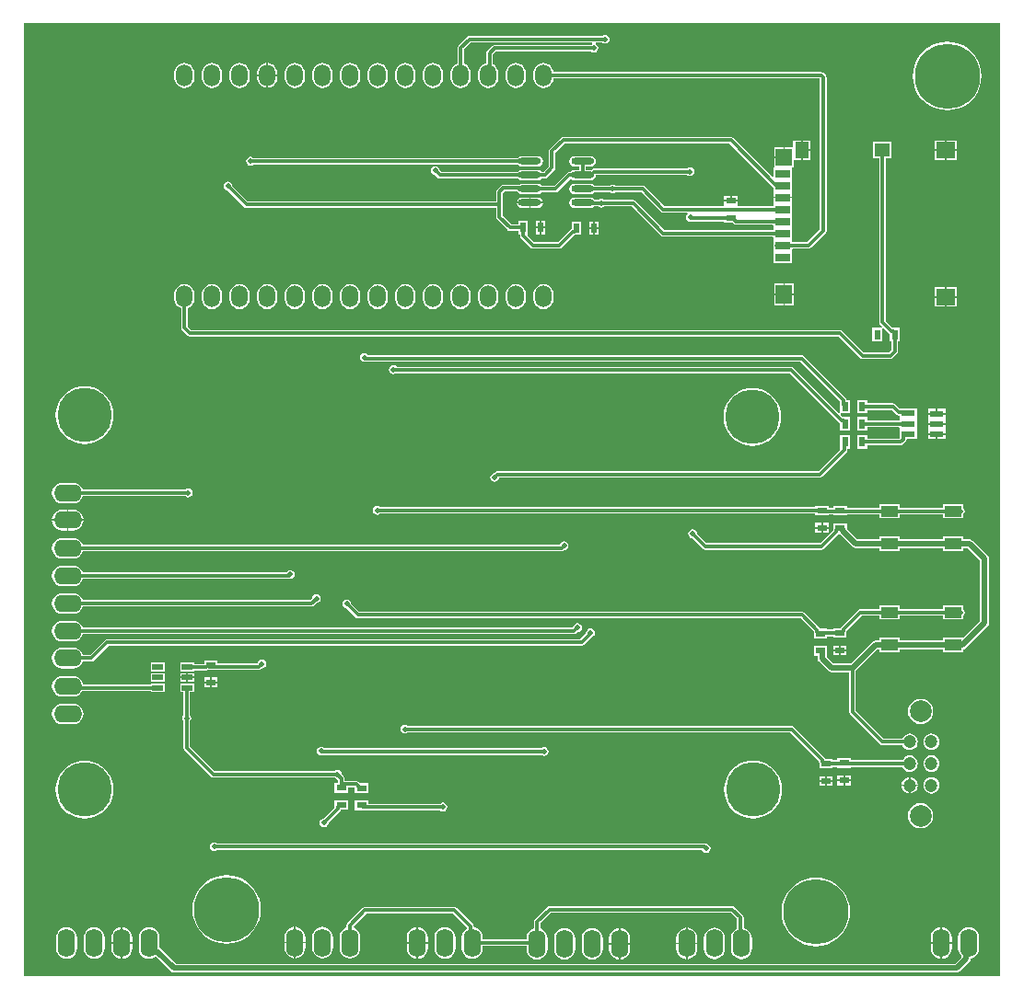
<source format=gtl>
G04*
G04 #@! TF.GenerationSoftware,Altium Limited,Altium Designer,21.0.9 (235)*
G04*
G04 Layer_Physical_Order=1*
G04 Layer_Color=255*
%FSLAX44Y44*%
%MOMM*%
G71*
G04*
G04 #@! TF.SameCoordinates,736B1018-3895-43CE-9238-027F92C9441B*
G04*
G04*
G04 #@! TF.FilePolarity,Positive*
G04*
G01*
G75*
%ADD10C,0.3000*%
%ADD16R,0.9500X0.6000*%
%ADD17R,0.6000X0.9500*%
%ADD18R,1.3000X0.6000*%
%ADD19R,1.5500X1.0000*%
%ADD20O,2.1000X0.6500*%
%ADD21R,1.0000X0.5000*%
%ADD22R,1.3000X1.5000*%
%ADD23R,1.7000X1.5000*%
%ADD24R,1.4000X1.2000*%
%ADD25R,1.5000X1.7000*%
%ADD26R,1.5000X1.6000*%
%ADD27R,1.4000X0.8000*%
%ADD45C,6.0000*%
%ADD46C,0.5000*%
%ADD47O,1.5000X2.0000*%
%ADD48O,2.6000X1.6000*%
%ADD49C,1.2000*%
%ADD50C,2.0000*%
%ADD51O,1.6000X2.6000*%
%ADD52C,0.5000*%
%ADD53C,5.0000*%
G36*
X898441Y878441D02*
X898441Y1558D01*
X1558Y1558D01*
X1558Y878441D01*
X898441Y878441D01*
D02*
G37*
%LPC*%
G36*
X535432Y867932D02*
X533871Y867622D01*
X532810Y866913D01*
X410704D01*
X410704Y866913D01*
X409534Y866680D01*
X408541Y866017D01*
X400437Y857913D01*
X399774Y856920D01*
X399541Y855750D01*
X399541Y855750D01*
Y841625D01*
X398061Y841012D01*
X396181Y839569D01*
X394739Y837689D01*
X393832Y835499D01*
X393522Y833150D01*
Y828150D01*
X393832Y825800D01*
X394739Y823611D01*
X396181Y821731D01*
X398061Y820288D01*
X400251Y819382D01*
X402600Y819072D01*
X404949Y819382D01*
X407139Y820288D01*
X409019Y821731D01*
X410462Y823611D01*
X411368Y825800D01*
X411678Y828150D01*
Y833150D01*
X411368Y835499D01*
X410462Y837689D01*
X409019Y839569D01*
X407139Y841012D01*
X405659Y841625D01*
Y854483D01*
X411971Y860795D01*
X523610D01*
X523735Y859525D01*
X523698Y859518D01*
X522636Y858809D01*
X433856D01*
X433856Y858809D01*
X432686Y858576D01*
X431693Y857913D01*
X427097Y853317D01*
X426434Y852325D01*
X426201Y851154D01*
X426201Y851154D01*
Y841991D01*
X425650Y841918D01*
X423461Y841012D01*
X421581Y839569D01*
X420139Y837689D01*
X419232Y835499D01*
X418922Y833150D01*
Y828150D01*
X419232Y825800D01*
X420139Y823611D01*
X421581Y821731D01*
X423461Y820288D01*
X425650Y819382D01*
X428000Y819072D01*
X430350Y819382D01*
X432539Y820288D01*
X434419Y821731D01*
X435862Y823611D01*
X436768Y825800D01*
X437078Y828150D01*
Y833150D01*
X436768Y835499D01*
X435862Y837689D01*
X434419Y839569D01*
X432539Y841012D01*
X432319Y841103D01*
Y849887D01*
X435123Y852691D01*
X522636D01*
X523698Y851982D01*
X525258Y851672D01*
X526819Y851982D01*
X528142Y852866D01*
X529026Y854189D01*
X529337Y855750D01*
X529026Y857311D01*
X528142Y858634D01*
X526819Y859518D01*
X526782Y859525D01*
X526908Y860795D01*
X532810D01*
X533871Y860086D01*
X535432Y859776D01*
X536993Y860086D01*
X538316Y860970D01*
X539200Y862293D01*
X539510Y863854D01*
X539200Y865415D01*
X538316Y866738D01*
X536993Y867622D01*
X535432Y867932D01*
D02*
G37*
G36*
X225550Y842129D02*
Y831400D01*
X233878D01*
Y833150D01*
X233568Y835499D01*
X232661Y837689D01*
X231219Y839569D01*
X229339Y841012D01*
X227150Y841918D01*
X225550Y842129D01*
D02*
G37*
G36*
X224050Y842129D02*
X222451Y841918D01*
X220261Y841012D01*
X218381Y839569D01*
X216939Y837689D01*
X216032Y835499D01*
X215722Y833150D01*
Y831400D01*
X224050D01*
Y842129D01*
D02*
G37*
G36*
X233878Y829900D02*
X225550D01*
Y819171D01*
X227150Y819382D01*
X229339Y820288D01*
X231219Y821731D01*
X232661Y823611D01*
X233568Y825800D01*
X233878Y828150D01*
Y829900D01*
D02*
G37*
G36*
X224050D02*
X215722D01*
Y828150D01*
X216032Y825800D01*
X216939Y823611D01*
X218381Y821731D01*
X220261Y820288D01*
X222451Y819382D01*
X224050Y819171D01*
Y829900D01*
D02*
G37*
G36*
X453400Y842228D02*
X451050Y841918D01*
X448861Y841012D01*
X446981Y839569D01*
X445539Y837689D01*
X444632Y835499D01*
X444322Y833150D01*
Y828150D01*
X444632Y825800D01*
X445539Y823611D01*
X446981Y821731D01*
X448861Y820288D01*
X451050Y819382D01*
X453400Y819072D01*
X455750Y819382D01*
X457939Y820288D01*
X459819Y821731D01*
X461261Y823611D01*
X462168Y825800D01*
X462478Y828150D01*
Y833150D01*
X462168Y835499D01*
X461261Y837689D01*
X459819Y839569D01*
X457939Y841012D01*
X455750Y841918D01*
X453400Y842228D01*
D02*
G37*
G36*
X377200D02*
X374851Y841918D01*
X372661Y841012D01*
X370781Y839569D01*
X369339Y837689D01*
X368432Y835499D01*
X368122Y833150D01*
Y828150D01*
X368432Y825800D01*
X369339Y823611D01*
X370781Y821731D01*
X372661Y820288D01*
X374851Y819382D01*
X377200Y819072D01*
X379549Y819382D01*
X381739Y820288D01*
X383619Y821731D01*
X385061Y823611D01*
X385968Y825800D01*
X386278Y828150D01*
Y833150D01*
X385968Y835499D01*
X385061Y837689D01*
X383619Y839569D01*
X381739Y841012D01*
X379549Y841918D01*
X377200Y842228D01*
D02*
G37*
G36*
X351800D02*
X349450Y841918D01*
X347261Y841012D01*
X345381Y839569D01*
X343939Y837689D01*
X343032Y835499D01*
X342722Y833150D01*
Y828150D01*
X343032Y825800D01*
X343939Y823611D01*
X345381Y821731D01*
X347261Y820288D01*
X349450Y819382D01*
X351800Y819072D01*
X354150Y819382D01*
X356339Y820288D01*
X358219Y821731D01*
X359661Y823611D01*
X360568Y825800D01*
X360878Y828150D01*
Y833150D01*
X360568Y835499D01*
X359661Y837689D01*
X358219Y839569D01*
X356339Y841012D01*
X354150Y841918D01*
X351800Y842228D01*
D02*
G37*
G36*
X326400D02*
X324050Y841918D01*
X321861Y841012D01*
X319981Y839569D01*
X318539Y837689D01*
X317632Y835499D01*
X317322Y833150D01*
Y828150D01*
X317632Y825800D01*
X318539Y823611D01*
X319981Y821731D01*
X321861Y820288D01*
X324050Y819382D01*
X326400Y819072D01*
X328750Y819382D01*
X330939Y820288D01*
X332819Y821731D01*
X334262Y823611D01*
X335168Y825800D01*
X335478Y828150D01*
Y833150D01*
X335168Y835499D01*
X334262Y837689D01*
X332819Y839569D01*
X330939Y841012D01*
X328750Y841918D01*
X326400Y842228D01*
D02*
G37*
G36*
X301000D02*
X298650Y841918D01*
X296461Y841012D01*
X294581Y839569D01*
X293139Y837689D01*
X292232Y835499D01*
X291922Y833150D01*
Y828150D01*
X292232Y825800D01*
X293139Y823611D01*
X294581Y821731D01*
X296461Y820288D01*
X298650Y819382D01*
X301000Y819072D01*
X303349Y819382D01*
X305539Y820288D01*
X307419Y821731D01*
X308862Y823611D01*
X309768Y825800D01*
X310078Y828150D01*
Y833150D01*
X309768Y835499D01*
X308862Y837689D01*
X307419Y839569D01*
X305539Y841012D01*
X303349Y841918D01*
X301000Y842228D01*
D02*
G37*
G36*
X275600D02*
X273251Y841918D01*
X271061Y841012D01*
X269181Y839569D01*
X267739Y837689D01*
X266832Y835499D01*
X266522Y833150D01*
Y828150D01*
X266832Y825800D01*
X267739Y823611D01*
X269181Y821731D01*
X271061Y820288D01*
X273251Y819382D01*
X275600Y819072D01*
X277950Y819382D01*
X280139Y820288D01*
X282019Y821731D01*
X283461Y823611D01*
X284368Y825800D01*
X284678Y828150D01*
Y833150D01*
X284368Y835499D01*
X283461Y837689D01*
X282019Y839569D01*
X280139Y841012D01*
X277950Y841918D01*
X275600Y842228D01*
D02*
G37*
G36*
X250200D02*
X247850Y841918D01*
X245661Y841012D01*
X243781Y839569D01*
X242339Y837689D01*
X241432Y835499D01*
X241122Y833150D01*
Y828150D01*
X241432Y825800D01*
X242339Y823611D01*
X243781Y821731D01*
X245661Y820288D01*
X247850Y819382D01*
X250200Y819072D01*
X252549Y819382D01*
X254739Y820288D01*
X256619Y821731D01*
X258062Y823611D01*
X258968Y825800D01*
X259278Y828150D01*
Y833150D01*
X258968Y835499D01*
X258062Y837689D01*
X256619Y839569D01*
X254739Y841012D01*
X252549Y841918D01*
X250200Y842228D01*
D02*
G37*
G36*
X199400D02*
X197050Y841918D01*
X194861Y841012D01*
X192981Y839569D01*
X191539Y837689D01*
X190632Y835499D01*
X190322Y833150D01*
Y828150D01*
X190632Y825800D01*
X191539Y823611D01*
X192981Y821731D01*
X194861Y820288D01*
X197050Y819382D01*
X199400Y819072D01*
X201749Y819382D01*
X203939Y820288D01*
X205819Y821731D01*
X207262Y823611D01*
X208168Y825800D01*
X208478Y828150D01*
Y833150D01*
X208168Y835499D01*
X207262Y837689D01*
X205819Y839569D01*
X203939Y841012D01*
X201749Y841918D01*
X199400Y842228D01*
D02*
G37*
G36*
X174000D02*
X171651Y841918D01*
X169461Y841012D01*
X167581Y839569D01*
X166139Y837689D01*
X165232Y835499D01*
X164922Y833150D01*
Y828150D01*
X165232Y825800D01*
X166139Y823611D01*
X167581Y821731D01*
X169461Y820288D01*
X171651Y819382D01*
X174000Y819072D01*
X176350Y819382D01*
X178539Y820288D01*
X180419Y821731D01*
X181861Y823611D01*
X182768Y825800D01*
X183078Y828150D01*
Y833150D01*
X182768Y835499D01*
X181861Y837689D01*
X180419Y839569D01*
X178539Y841012D01*
X176350Y841918D01*
X174000Y842228D01*
D02*
G37*
G36*
X148600D02*
X146250Y841918D01*
X144061Y841012D01*
X142181Y839569D01*
X140739Y837689D01*
X139832Y835499D01*
X139522Y833150D01*
Y828150D01*
X139832Y825800D01*
X140739Y823611D01*
X142181Y821731D01*
X144061Y820288D01*
X146250Y819382D01*
X148600Y819072D01*
X150949Y819382D01*
X153139Y820288D01*
X155019Y821731D01*
X156461Y823611D01*
X157368Y825800D01*
X157678Y828150D01*
Y833150D01*
X157368Y835499D01*
X156461Y837689D01*
X155019Y839569D01*
X153139Y841012D01*
X150949Y841918D01*
X148600Y842228D01*
D02*
G37*
G36*
X850000Y861597D02*
X845057Y861208D01*
X840236Y860051D01*
X835655Y858154D01*
X831428Y855563D01*
X827657Y852343D01*
X824437Y848572D01*
X821846Y844345D01*
X819949Y839764D01*
X818792Y834943D01*
X818403Y830000D01*
X818792Y825057D01*
X819949Y820236D01*
X821846Y815655D01*
X824437Y811428D01*
X827657Y807657D01*
X831428Y804437D01*
X835655Y801846D01*
X840236Y799949D01*
X845057Y798792D01*
X850000Y798403D01*
X854943Y798792D01*
X859764Y799949D01*
X864345Y801846D01*
X868572Y804437D01*
X872343Y807657D01*
X875563Y811428D01*
X878154Y815655D01*
X880051Y820236D01*
X881208Y825057D01*
X881597Y830000D01*
X881208Y834943D01*
X880051Y839764D01*
X878154Y844345D01*
X875563Y848572D01*
X872343Y852343D01*
X868572Y855563D01*
X864345Y858154D01*
X859764Y860051D01*
X854943Y861208D01*
X850000Y861597D01*
D02*
G37*
G36*
X651106Y774203D02*
X651106Y774203D01*
X497078D01*
X497078Y774203D01*
X495908Y773970D01*
X494915Y773307D01*
X494915Y773307D01*
X484501Y762893D01*
X483838Y761900D01*
X483605Y760730D01*
X483605Y760730D01*
Y746757D01*
X478711Y741863D01*
X477284D01*
X477039Y742229D01*
X475468Y743278D01*
X473615Y743647D01*
X459115D01*
X457261Y743278D01*
X455690Y742229D01*
X455446Y741863D01*
X384889D01*
X383493Y743259D01*
X383244Y744511D01*
X382360Y745834D01*
X381037Y746718D01*
X379476Y747028D01*
X377915Y746718D01*
X376592Y745834D01*
X375708Y744511D01*
X375398Y742950D01*
X375708Y741389D01*
X376592Y740066D01*
X377915Y739182D01*
X379167Y738933D01*
X381459Y736641D01*
X382451Y735978D01*
X383622Y735745D01*
X383622Y735745D01*
X455446D01*
X455690Y735379D01*
X457261Y734330D01*
X459115Y733961D01*
X473615D01*
X475468Y734330D01*
X477039Y735379D01*
X477284Y735745D01*
X479978D01*
X479978Y735745D01*
X481149Y735978D01*
X482141Y736641D01*
X488827Y743327D01*
X488827Y743327D01*
X489490Y744320D01*
X489723Y745490D01*
Y759463D01*
X498345Y768085D01*
X649839D01*
X690500Y727424D01*
X690500Y723750D01*
X690500Y722480D01*
Y719000D01*
X699000D01*
X707500D01*
Y722480D01*
X707500Y723750D01*
X707500Y725020D01*
Y733480D01*
X707500Y734750D01*
X707500D01*
Y734750D01*
X707500D01*
X707500Y745750D01*
X709000Y745750D01*
Y752750D01*
X715750D01*
Y761750D01*
Y770750D01*
X708500D01*
Y764750D01*
X700750D01*
Y755250D01*
X700000D01*
Y754500D01*
X691000D01*
Y746813D01*
X690500Y745750D01*
X690500Y744687D01*
Y737735D01*
X689327Y737249D01*
X653269Y773307D01*
X652277Y773970D01*
X651106Y774203D01*
D02*
G37*
G36*
X724500Y770750D02*
X717250D01*
Y762500D01*
X724500D01*
Y770750D01*
D02*
G37*
G36*
X858500D02*
X849250D01*
Y762500D01*
X858500D01*
Y770750D01*
D02*
G37*
G36*
X847750D02*
X838500D01*
Y762500D01*
X847750D01*
Y770750D01*
D02*
G37*
G36*
X699250Y764750D02*
X691000D01*
Y756000D01*
X699250D01*
Y764750D01*
D02*
G37*
G36*
X473615Y756347D02*
X459115D01*
X457261Y755978D01*
X455690Y754929D01*
X455446Y754563D01*
X212295D01*
X211111Y755354D01*
X209550Y755664D01*
X207989Y755354D01*
X206666Y754470D01*
X205782Y753147D01*
X205472Y751586D01*
X205782Y750025D01*
X206666Y748702D01*
X207989Y747818D01*
X209550Y747508D01*
X211111Y747818D01*
X212049Y748445D01*
X455446D01*
X455690Y748080D01*
X457261Y747030D01*
X459115Y746661D01*
X473615D01*
X475468Y747030D01*
X477039Y748080D01*
X478089Y749651D01*
X478458Y751504D01*
X478089Y753357D01*
X477039Y754929D01*
X475468Y755978D01*
X473615Y756347D01*
D02*
G37*
G36*
X858500Y761000D02*
X849250D01*
Y752750D01*
X858500D01*
Y761000D01*
D02*
G37*
G36*
X847750D02*
X838500D01*
Y752750D01*
X847750D01*
Y761000D01*
D02*
G37*
G36*
X724500Y761000D02*
X717250D01*
Y752750D01*
X724500D01*
Y761000D01*
D02*
G37*
G36*
X522115Y756347D02*
X507615D01*
X505761Y755978D01*
X504190Y754929D01*
X503140Y753357D01*
X502771Y751504D01*
X503140Y749651D01*
X504190Y748080D01*
X505761Y747030D01*
X507615Y746661D01*
X511806D01*
Y743647D01*
X507615D01*
X505761Y743278D01*
X504190Y742229D01*
X503946Y741863D01*
X502584D01*
X502584Y741863D01*
X501413Y741630D01*
X500421Y740967D01*
X500421Y740967D01*
X488617Y729163D01*
X477284D01*
X477039Y729529D01*
X475468Y730578D01*
X473615Y730947D01*
X459115D01*
X457261Y730578D01*
X456266Y729913D01*
X455796Y730007D01*
X455796Y730007D01*
X441706D01*
X441706Y730007D01*
X440536Y729774D01*
X439543Y729111D01*
X435987Y725555D01*
X435324Y724563D01*
X435091Y723392D01*
X435091Y723392D01*
Y714888D01*
X206886D01*
X192739Y729035D01*
X192490Y730287D01*
X191606Y731610D01*
X190283Y732494D01*
X188722Y732804D01*
X187161Y732494D01*
X185838Y731610D01*
X184954Y730287D01*
X184644Y728726D01*
X184954Y727165D01*
X185838Y725842D01*
X187161Y724958D01*
X188413Y724709D01*
X203456Y709666D01*
X203456Y709666D01*
X204449Y709003D01*
X205619Y708770D01*
X205619Y708770D01*
X435091D01*
Y700266D01*
X435091Y700266D01*
X435324Y699096D01*
X435987Y698103D01*
X445709Y688381D01*
X445709Y688381D01*
X446701Y687718D01*
X447872Y687485D01*
X455508D01*
Y684294D01*
X457144D01*
Y683052D01*
X457144Y683051D01*
X457377Y681881D01*
X458040Y680889D01*
X466841Y672087D01*
X467834Y671424D01*
X469004Y671191D01*
X469004Y671191D01*
X493472D01*
X493473Y671191D01*
X494643Y671424D01*
X495635Y672087D01*
X507276Y683727D01*
X507758D01*
X507758Y683727D01*
X508054Y683786D01*
X513759D01*
Y696286D01*
X504758D01*
Y689559D01*
X503846Y688949D01*
X503846Y688949D01*
X492206Y677309D01*
X470271D01*
X464150Y683429D01*
X464509Y684294D01*
X464509D01*
Y696794D01*
X455508D01*
Y693603D01*
X449139D01*
X441209Y701533D01*
Y711829D01*
Y722125D01*
X442973Y723889D01*
X454882D01*
X455690Y722680D01*
X457261Y721630D01*
X459115Y721261D01*
X473615D01*
X475468Y721630D01*
X477039Y722680D01*
X477284Y723045D01*
X489884D01*
X489884Y723045D01*
X491055Y723278D01*
X492047Y723941D01*
X502992Y734886D01*
X504190Y735379D01*
X505761Y734330D01*
X507615Y733961D01*
X522115D01*
X523968Y734330D01*
X525539Y735379D01*
X526589Y736951D01*
X526958Y738804D01*
X527016Y738875D01*
X610788D01*
X611849Y738166D01*
X613410Y737856D01*
X614971Y738166D01*
X616294Y739050D01*
X617178Y740373D01*
X617488Y741934D01*
X617178Y743495D01*
X616294Y744818D01*
X614971Y745702D01*
X613410Y746012D01*
X611849Y745702D01*
X610788Y744993D01*
X525622D01*
X524451Y744760D01*
X523459Y744097D01*
X523459Y744097D01*
X522861Y743499D01*
X522115Y743647D01*
X517923D01*
Y746661D01*
X522115D01*
X523968Y747030D01*
X525539Y748080D01*
X526589Y749651D01*
X526958Y751504D01*
X526589Y753357D01*
X525539Y754929D01*
X523968Y755978D01*
X522115Y756347D01*
D02*
G37*
G36*
X657356Y719750D02*
X651856D01*
Y716000D01*
X657356D01*
Y719750D01*
D02*
G37*
G36*
X650356D02*
X644856D01*
Y716000D01*
X650356D01*
Y719750D01*
D02*
G37*
G36*
X473615Y718247D02*
X467114D01*
Y714154D01*
X478308D01*
X478089Y715257D01*
X477039Y716829D01*
X475468Y717878D01*
X473615Y718247D01*
D02*
G37*
G36*
X465615D02*
X459115D01*
X457261Y717878D01*
X455690Y716829D01*
X454640Y715257D01*
X454421Y714154D01*
X465615D01*
Y718247D01*
D02*
G37*
G36*
X478308Y712654D02*
X467114D01*
Y708561D01*
X473615D01*
X475468Y708930D01*
X477039Y709979D01*
X478089Y711551D01*
X478308Y712654D01*
D02*
G37*
G36*
X465615D02*
X454421D01*
X454640Y711551D01*
X455690Y709979D01*
X457261Y708930D01*
X459115Y708561D01*
X465615D01*
Y712654D01*
D02*
G37*
G36*
X480508Y696794D02*
X476759D01*
Y691294D01*
X480508D01*
Y696794D01*
D02*
G37*
G36*
X475259D02*
X471509D01*
Y691294D01*
X475259D01*
Y696794D01*
D02*
G37*
G36*
X529758Y696286D02*
X526008D01*
Y690786D01*
X529758D01*
Y696286D01*
D02*
G37*
G36*
X524509D02*
X520759D01*
Y690786D01*
X524509D01*
Y696286D01*
D02*
G37*
G36*
X480508Y689794D02*
X476759D01*
Y684294D01*
X480508D01*
Y689794D01*
D02*
G37*
G36*
X475259D02*
X471509D01*
Y684294D01*
X475259D01*
Y689794D01*
D02*
G37*
G36*
X529758Y689286D02*
X526008D01*
Y683786D01*
X529758D01*
Y689286D01*
D02*
G37*
G36*
X524509D02*
X520759D01*
Y683786D01*
X524509D01*
Y689286D01*
D02*
G37*
G36*
X478800Y842228D02*
X476451Y841918D01*
X474261Y841012D01*
X472381Y839569D01*
X470939Y837689D01*
X470032Y835499D01*
X469722Y833150D01*
Y828150D01*
X470032Y825800D01*
X470939Y823611D01*
X472381Y821731D01*
X474261Y820288D01*
X476451Y819382D01*
X478800Y819072D01*
X481149Y819382D01*
X483339Y820288D01*
X485219Y821731D01*
X486661Y823611D01*
X487568Y825800D01*
X487804Y827591D01*
X733033D01*
Y689099D01*
X721243Y677309D01*
X708398D01*
X707500Y678207D01*
X707500Y679750D01*
X707500Y681020D01*
Y689480D01*
X707500Y690750D01*
X707500Y692020D01*
Y700480D01*
X707500Y701750D01*
X707500Y703020D01*
Y712750D01*
Y717500D01*
X699000D01*
X690500D01*
Y710309D01*
X658443D01*
X657356Y710750D01*
X657356Y711579D01*
Y714500D01*
X644856D01*
X644856Y710750D01*
X643769Y710309D01*
X590335D01*
X572377Y728267D01*
X571385Y728930D01*
X570214Y729163D01*
X570214Y729163D01*
X545161D01*
X544100Y729872D01*
X542539Y730182D01*
X540979Y729872D01*
X539917Y729163D01*
X525784D01*
X525539Y729529D01*
X523968Y730578D01*
X522115Y730947D01*
X507615D01*
X505761Y730578D01*
X504190Y729529D01*
X503140Y727957D01*
X502771Y726104D01*
X503140Y724251D01*
X504190Y722680D01*
X505761Y721630D01*
X507615Y721261D01*
X522115D01*
X523968Y721630D01*
X525539Y722680D01*
X525784Y723045D01*
X539917D01*
X540979Y722336D01*
X542539Y722026D01*
X544100Y722336D01*
X545161Y723045D01*
X568947D01*
X586905Y705087D01*
X587897Y704424D01*
X589068Y704191D01*
X611049D01*
X611434Y702921D01*
X611034Y702654D01*
X610150Y701331D01*
X609840Y699770D01*
X610150Y698209D01*
X611034Y696886D01*
X612357Y696002D01*
X613918Y695692D01*
X615479Y696002D01*
X615762Y696191D01*
X644856D01*
Y694750D01*
X653030D01*
X653693Y694087D01*
X653693Y694087D01*
X654686Y693424D01*
X655856Y693191D01*
X655856Y693191D01*
X689602D01*
X690500Y692293D01*
X690500Y690750D01*
X690500Y689207D01*
X689602Y688309D01*
X590335D01*
X563503Y715141D01*
X562510Y715804D01*
X561340Y716037D01*
X561340Y716037D01*
X534440D01*
X533379Y716746D01*
X531818Y717056D01*
X530257Y716746D01*
X529196Y716037D01*
X526068D01*
X525539Y716829D01*
X523968Y717878D01*
X522115Y718247D01*
X507615D01*
X505761Y717878D01*
X504190Y716829D01*
X503140Y715257D01*
X502771Y713404D01*
X503140Y711551D01*
X504190Y709979D01*
X505761Y708930D01*
X507615Y708561D01*
X522115D01*
X523968Y708930D01*
X525449Y709919D01*
X529196D01*
X530257Y709210D01*
X531818Y708900D01*
X533379Y709210D01*
X534440Y709919D01*
X560073D01*
X586905Y683087D01*
X586905Y683087D01*
X587897Y682424D01*
X589068Y682191D01*
X689602D01*
X690500Y681293D01*
X690500Y679750D01*
X690500Y678480D01*
Y675908D01*
X690174Y675421D01*
X689941Y674250D01*
X690174Y673080D01*
X690500Y672592D01*
X690500Y668750D01*
X690500Y667480D01*
Y657750D01*
X707500D01*
Y667480D01*
X707500Y668750D01*
X707500Y670293D01*
X708398Y671191D01*
X722510D01*
X722510Y671191D01*
X723680Y671424D01*
X724673Y672087D01*
X738255Y685669D01*
X738918Y686662D01*
X739151Y687832D01*
X739151Y687832D01*
Y828893D01*
X739151Y828893D01*
X738918Y830063D01*
X738255Y831056D01*
X738255Y831056D01*
X736497Y832813D01*
X735505Y833476D01*
X734335Y833709D01*
X734334Y833709D01*
X487804D01*
X487568Y835499D01*
X486661Y837689D01*
X485219Y839569D01*
X483339Y841012D01*
X481149Y841918D01*
X478800Y842228D01*
D02*
G37*
G36*
X709000Y639250D02*
X700750D01*
Y630000D01*
X709000D01*
Y639250D01*
D02*
G37*
G36*
X699250D02*
X691000D01*
Y630000D01*
X699250D01*
Y639250D01*
D02*
G37*
G36*
X858500Y635750D02*
X849250D01*
Y627500D01*
X858500D01*
Y635750D01*
D02*
G37*
G36*
X847750D02*
X838500D01*
Y627500D01*
X847750D01*
Y635750D01*
D02*
G37*
G36*
X709000Y628500D02*
X700750D01*
Y619250D01*
X709000D01*
Y628500D01*
D02*
G37*
G36*
X699250D02*
X691000D01*
Y619250D01*
X699250D01*
Y628500D01*
D02*
G37*
G36*
X858500Y626000D02*
X849250D01*
Y617750D01*
X858500D01*
Y626000D01*
D02*
G37*
G36*
X847750D02*
X838500D01*
Y617750D01*
X847750D01*
Y626000D01*
D02*
G37*
G36*
X478800Y638728D02*
X476451Y638418D01*
X474261Y637511D01*
X472381Y636069D01*
X470939Y634189D01*
X470032Y632000D01*
X469722Y629650D01*
Y624650D01*
X470032Y622300D01*
X470939Y620111D01*
X472381Y618231D01*
X474261Y616788D01*
X476451Y615882D01*
X478800Y615572D01*
X481149Y615882D01*
X483339Y616788D01*
X485219Y618231D01*
X486661Y620111D01*
X487568Y622300D01*
X487878Y624650D01*
Y629650D01*
X487568Y632000D01*
X486661Y634189D01*
X485219Y636069D01*
X483339Y637511D01*
X481149Y638418D01*
X478800Y638728D01*
D02*
G37*
G36*
X453400D02*
X451050Y638418D01*
X448861Y637511D01*
X446981Y636069D01*
X445539Y634189D01*
X444632Y632000D01*
X444322Y629650D01*
Y624650D01*
X444632Y622300D01*
X445539Y620111D01*
X446981Y618231D01*
X448861Y616788D01*
X451050Y615882D01*
X453400Y615572D01*
X455750Y615882D01*
X457939Y616788D01*
X459819Y618231D01*
X461261Y620111D01*
X462168Y622300D01*
X462478Y624650D01*
Y629650D01*
X462168Y632000D01*
X461261Y634189D01*
X459819Y636069D01*
X457939Y637511D01*
X455750Y638418D01*
X453400Y638728D01*
D02*
G37*
G36*
X428000D02*
X425650Y638418D01*
X423461Y637511D01*
X421581Y636069D01*
X420139Y634189D01*
X419232Y632000D01*
X418922Y629650D01*
Y624650D01*
X419232Y622300D01*
X420139Y620111D01*
X421581Y618231D01*
X423461Y616788D01*
X425650Y615882D01*
X428000Y615572D01*
X430350Y615882D01*
X432539Y616788D01*
X434419Y618231D01*
X435862Y620111D01*
X436768Y622300D01*
X437078Y624650D01*
Y629650D01*
X436768Y632000D01*
X435862Y634189D01*
X434419Y636069D01*
X432539Y637511D01*
X430350Y638418D01*
X428000Y638728D01*
D02*
G37*
G36*
X402600D02*
X400251Y638418D01*
X398061Y637511D01*
X396181Y636069D01*
X394739Y634189D01*
X393832Y632000D01*
X393522Y629650D01*
Y624650D01*
X393832Y622300D01*
X394739Y620111D01*
X396181Y618231D01*
X398061Y616788D01*
X400251Y615882D01*
X402600Y615572D01*
X404949Y615882D01*
X407139Y616788D01*
X409019Y618231D01*
X410462Y620111D01*
X411368Y622300D01*
X411678Y624650D01*
Y629650D01*
X411368Y632000D01*
X410462Y634189D01*
X409019Y636069D01*
X407139Y637511D01*
X404949Y638418D01*
X402600Y638728D01*
D02*
G37*
G36*
X377200D02*
X374851Y638418D01*
X372661Y637511D01*
X370781Y636069D01*
X369339Y634189D01*
X368432Y632000D01*
X368122Y629650D01*
Y624650D01*
X368432Y622300D01*
X369339Y620111D01*
X370781Y618231D01*
X372661Y616788D01*
X374851Y615882D01*
X377200Y615572D01*
X379549Y615882D01*
X381739Y616788D01*
X383619Y618231D01*
X385061Y620111D01*
X385968Y622300D01*
X386278Y624650D01*
Y629650D01*
X385968Y632000D01*
X385061Y634189D01*
X383619Y636069D01*
X381739Y637511D01*
X379549Y638418D01*
X377200Y638728D01*
D02*
G37*
G36*
X351800D02*
X349450Y638418D01*
X347261Y637511D01*
X345381Y636069D01*
X343939Y634189D01*
X343032Y632000D01*
X342722Y629650D01*
Y624650D01*
X343032Y622300D01*
X343939Y620111D01*
X345381Y618231D01*
X347261Y616788D01*
X349450Y615882D01*
X351800Y615572D01*
X354150Y615882D01*
X356339Y616788D01*
X358219Y618231D01*
X359661Y620111D01*
X360568Y622300D01*
X360878Y624650D01*
Y629650D01*
X360568Y632000D01*
X359661Y634189D01*
X358219Y636069D01*
X356339Y637511D01*
X354150Y638418D01*
X351800Y638728D01*
D02*
G37*
G36*
X326400D02*
X324050Y638418D01*
X321861Y637511D01*
X319981Y636069D01*
X318539Y634189D01*
X317632Y632000D01*
X317322Y629650D01*
Y624650D01*
X317632Y622300D01*
X318539Y620111D01*
X319981Y618231D01*
X321861Y616788D01*
X324050Y615882D01*
X326400Y615572D01*
X328750Y615882D01*
X330939Y616788D01*
X332819Y618231D01*
X334262Y620111D01*
X335168Y622300D01*
X335478Y624650D01*
Y629650D01*
X335168Y632000D01*
X334262Y634189D01*
X332819Y636069D01*
X330939Y637511D01*
X328750Y638418D01*
X326400Y638728D01*
D02*
G37*
G36*
X301000D02*
X298650Y638418D01*
X296461Y637511D01*
X294581Y636069D01*
X293139Y634189D01*
X292232Y632000D01*
X291922Y629650D01*
Y624650D01*
X292232Y622300D01*
X293139Y620111D01*
X294581Y618231D01*
X296461Y616788D01*
X298650Y615882D01*
X301000Y615572D01*
X303349Y615882D01*
X305539Y616788D01*
X307419Y618231D01*
X308862Y620111D01*
X309768Y622300D01*
X310078Y624650D01*
Y629650D01*
X309768Y632000D01*
X308862Y634189D01*
X307419Y636069D01*
X305539Y637511D01*
X303349Y638418D01*
X301000Y638728D01*
D02*
G37*
G36*
X275600D02*
X273251Y638418D01*
X271061Y637511D01*
X269181Y636069D01*
X267739Y634189D01*
X266832Y632000D01*
X266522Y629650D01*
Y624650D01*
X266832Y622300D01*
X267739Y620111D01*
X269181Y618231D01*
X271061Y616788D01*
X273251Y615882D01*
X275600Y615572D01*
X277950Y615882D01*
X280139Y616788D01*
X282019Y618231D01*
X283461Y620111D01*
X284368Y622300D01*
X284678Y624650D01*
Y629650D01*
X284368Y632000D01*
X283461Y634189D01*
X282019Y636069D01*
X280139Y637511D01*
X277950Y638418D01*
X275600Y638728D01*
D02*
G37*
G36*
X250200D02*
X247850Y638418D01*
X245661Y637511D01*
X243781Y636069D01*
X242339Y634189D01*
X241432Y632000D01*
X241122Y629650D01*
Y624650D01*
X241432Y622300D01*
X242339Y620111D01*
X243781Y618231D01*
X245661Y616788D01*
X247850Y615882D01*
X250200Y615572D01*
X252549Y615882D01*
X254739Y616788D01*
X256619Y618231D01*
X258062Y620111D01*
X258968Y622300D01*
X259278Y624650D01*
Y629650D01*
X258968Y632000D01*
X258062Y634189D01*
X256619Y636069D01*
X254739Y637511D01*
X252549Y638418D01*
X250200Y638728D01*
D02*
G37*
G36*
X224800D02*
X222451Y638418D01*
X220261Y637511D01*
X218381Y636069D01*
X216939Y634189D01*
X216032Y632000D01*
X215722Y629650D01*
Y624650D01*
X216032Y622300D01*
X216939Y620111D01*
X218381Y618231D01*
X220261Y616788D01*
X222451Y615882D01*
X224800Y615572D01*
X227150Y615882D01*
X229339Y616788D01*
X231219Y618231D01*
X232661Y620111D01*
X233568Y622300D01*
X233878Y624650D01*
Y629650D01*
X233568Y632000D01*
X232661Y634189D01*
X231219Y636069D01*
X229339Y637511D01*
X227150Y638418D01*
X224800Y638728D01*
D02*
G37*
G36*
X199400D02*
X197050Y638418D01*
X194861Y637511D01*
X192981Y636069D01*
X191539Y634189D01*
X190632Y632000D01*
X190322Y629650D01*
Y624650D01*
X190632Y622300D01*
X191539Y620111D01*
X192981Y618231D01*
X194861Y616788D01*
X197050Y615882D01*
X199400Y615572D01*
X201749Y615882D01*
X203939Y616788D01*
X205819Y618231D01*
X207262Y620111D01*
X208168Y622300D01*
X208478Y624650D01*
Y629650D01*
X208168Y632000D01*
X207262Y634189D01*
X205819Y636069D01*
X203939Y637511D01*
X201749Y638418D01*
X199400Y638728D01*
D02*
G37*
G36*
X174000D02*
X171651Y638418D01*
X169461Y637511D01*
X167581Y636069D01*
X166139Y634189D01*
X165232Y632000D01*
X164922Y629650D01*
Y624650D01*
X165232Y622300D01*
X166139Y620111D01*
X167581Y618231D01*
X169461Y616788D01*
X171651Y615882D01*
X174000Y615572D01*
X176350Y615882D01*
X178539Y616788D01*
X180419Y618231D01*
X181861Y620111D01*
X182768Y622300D01*
X183078Y624650D01*
Y629650D01*
X182768Y632000D01*
X181861Y634189D01*
X180419Y636069D01*
X178539Y637511D01*
X176350Y638418D01*
X174000Y638728D01*
D02*
G37*
G36*
X799000Y769250D02*
X782000D01*
Y754250D01*
X787441D01*
Y603250D01*
X787441Y603250D01*
X787674Y602080D01*
X788337Y601087D01*
X789904Y599520D01*
X789378Y598250D01*
X781250D01*
Y585750D01*
X790250D01*
Y597378D01*
X791520Y597904D01*
X796337Y593087D01*
X796337Y593087D01*
X797250Y592477D01*
Y585750D01*
X798691D01*
Y577847D01*
X796419Y575575D01*
X773427D01*
X753495Y595507D01*
X752503Y596170D01*
X751332Y596403D01*
X751332Y596403D01*
X154683D01*
X151659Y599427D01*
Y616175D01*
X153139Y616788D01*
X155019Y618231D01*
X156461Y620111D01*
X157368Y622300D01*
X157678Y624650D01*
Y629650D01*
X157368Y632000D01*
X156461Y634189D01*
X155019Y636069D01*
X153139Y637511D01*
X150949Y638418D01*
X148600Y638728D01*
X146250Y638418D01*
X144061Y637511D01*
X142181Y636069D01*
X140739Y634189D01*
X139832Y632000D01*
X139522Y629650D01*
Y624650D01*
X139832Y622300D01*
X140739Y620111D01*
X142181Y618231D01*
X144061Y616788D01*
X145541Y616175D01*
Y598160D01*
X145541Y598160D01*
X145774Y596990D01*
X146437Y595997D01*
X151253Y591181D01*
X151253Y591181D01*
X152245Y590518D01*
X153416Y590285D01*
X750065D01*
X769997Y570353D01*
X770990Y569690D01*
X772160Y569457D01*
X797686D01*
X797686Y569457D01*
X798857Y569690D01*
X799849Y570353D01*
X803913Y574417D01*
X804576Y575410D01*
X804809Y576580D01*
Y585750D01*
X806250D01*
Y598250D01*
X800546D01*
X800250Y598309D01*
X800250Y598309D01*
X799767D01*
X793559Y604517D01*
Y754250D01*
X799000D01*
Y769250D01*
D02*
G37*
G36*
X848250Y523750D02*
X841000D01*
Y520000D01*
X848250D01*
Y523750D01*
D02*
G37*
G36*
X839500D02*
X832250D01*
Y520000D01*
X839500D01*
Y523750D01*
D02*
G37*
G36*
X314171Y575098D02*
X312610Y574787D01*
X311287Y573903D01*
X310403Y572580D01*
X310092Y571019D01*
X310403Y569459D01*
X311287Y568135D01*
X312610Y567252D01*
X314171Y566941D01*
X314681Y567043D01*
X315190Y566941D01*
X315190Y566941D01*
X715233D01*
X751473Y530701D01*
Y527280D01*
X751473Y527280D01*
X751532Y526984D01*
Y520372D01*
X750262Y519846D01*
X708637Y561471D01*
X707645Y562134D01*
X706474Y562367D01*
X706474Y562367D01*
X343974D01*
X343752Y562700D01*
X342429Y563584D01*
X340868Y563894D01*
X339307Y563584D01*
X337984Y562700D01*
X337100Y561377D01*
X336790Y559816D01*
X337100Y558255D01*
X337984Y556932D01*
X339307Y556048D01*
X340868Y555738D01*
X342429Y556048D01*
X342730Y556249D01*
X705207D01*
X750619Y510837D01*
X751532Y510227D01*
Y503500D01*
X760532D01*
Y516000D01*
X754828D01*
X754532Y516059D01*
X754532Y516059D01*
X754049D01*
X751848Y518260D01*
X752374Y519530D01*
X760532D01*
Y532030D01*
X757578D01*
X757358Y533138D01*
X756695Y534131D01*
X718663Y572163D01*
X717671Y572826D01*
X716500Y573059D01*
X716500Y573059D01*
X317619D01*
X317055Y573903D01*
X315731Y574787D01*
X314171Y575098D01*
D02*
G37*
G36*
X776532Y532030D02*
X767532D01*
Y519530D01*
X776532D01*
Y522721D01*
X798983D01*
X803170Y518534D01*
X804163Y517871D01*
X805333Y517638D01*
X806250Y516840D01*
Y515520D01*
X806250Y515250D01*
Y514250D01*
X806250Y514079D01*
X806012Y512809D01*
X776532D01*
Y516000D01*
X767532D01*
Y503500D01*
X776532D01*
Y506691D01*
X805352D01*
X806250Y505793D01*
Y505250D01*
X806250Y503980D01*
Y496576D01*
X805973Y496299D01*
X776532D01*
Y499490D01*
X767532D01*
Y486990D01*
X776532D01*
Y490181D01*
X807240D01*
X807240Y490181D01*
X808410Y490414D01*
X809403Y491077D01*
X811481Y493155D01*
X811481Y493155D01*
X812144Y494147D01*
X812377Y495318D01*
X813499Y495750D01*
X822250D01*
Y503980D01*
X822250Y504750D01*
X822250Y506020D01*
Y513980D01*
X822250Y514250D01*
Y515250D01*
X822250Y515520D01*
Y524250D01*
X806250D01*
X806250Y524250D01*
Y524250D01*
X805342Y525014D01*
X802413Y527943D01*
X801421Y528606D01*
X800250Y528839D01*
X800250Y528839D01*
X776532D01*
Y532030D01*
D02*
G37*
G36*
X848250Y518500D02*
X840250D01*
X832250D01*
Y515520D01*
X832250Y514750D01*
X832250Y513480D01*
Y510500D01*
X840250D01*
X848250D01*
Y513480D01*
X848250Y514250D01*
X848250Y515520D01*
Y518500D01*
D02*
G37*
G36*
Y509000D02*
X840250D01*
X832250D01*
Y506020D01*
X832250Y505250D01*
X832250Y503980D01*
Y501000D01*
X840250D01*
X848250D01*
Y503980D01*
X848250Y504750D01*
X848250Y506020D01*
Y509000D01*
D02*
G37*
G36*
Y499500D02*
X841000D01*
Y495750D01*
X848250D01*
Y499500D01*
D02*
G37*
G36*
X839500D02*
X832250D01*
Y495750D01*
X839500D01*
Y499500D01*
D02*
G37*
G36*
X56902Y544460D02*
X52744Y544133D01*
X48688Y543159D01*
X44834Y541563D01*
X41277Y539383D01*
X38106Y536674D01*
X35397Y533503D01*
X33217Y529946D01*
X31621Y526092D01*
X30647Y522036D01*
X30320Y517878D01*
X30647Y513720D01*
X31621Y509664D01*
X33217Y505810D01*
X35397Y502253D01*
X38106Y499082D01*
X41277Y496373D01*
X44834Y494193D01*
X48688Y492597D01*
X52744Y491623D01*
X56902Y491296D01*
X61060Y491623D01*
X65116Y492597D01*
X68970Y494193D01*
X72526Y496373D01*
X75698Y499082D01*
X78407Y502253D01*
X80587Y505810D01*
X82183Y509664D01*
X83157Y513720D01*
X83484Y517878D01*
X83157Y522036D01*
X82183Y526092D01*
X80587Y529946D01*
X78407Y533503D01*
X75698Y536674D01*
X72526Y539383D01*
X68970Y541563D01*
X65116Y543159D01*
X61060Y544133D01*
X56902Y544460D01*
D02*
G37*
G36*
X670902Y542860D02*
X666744Y542533D01*
X662688Y541559D01*
X658834Y539963D01*
X655277Y537783D01*
X652106Y535074D01*
X649397Y531903D01*
X647217Y528346D01*
X645621Y524492D01*
X644647Y520436D01*
X644320Y516278D01*
X644647Y512120D01*
X645621Y508064D01*
X647217Y504210D01*
X649397Y500653D01*
X652106Y497482D01*
X655277Y494773D01*
X658834Y492593D01*
X662688Y490997D01*
X666744Y490023D01*
X670902Y489696D01*
X675060Y490023D01*
X679116Y490997D01*
X682970Y492593D01*
X686526Y494773D01*
X689698Y497482D01*
X692407Y500653D01*
X694587Y504210D01*
X696183Y508064D01*
X697157Y512120D01*
X697484Y516278D01*
X697157Y520436D01*
X696183Y524492D01*
X694587Y528346D01*
X692407Y531903D01*
X689698Y535074D01*
X686526Y537783D01*
X682970Y539963D01*
X679116Y541559D01*
X675060Y542533D01*
X670902Y542860D01*
D02*
G37*
G36*
X760532Y499490D02*
X751532D01*
Y486990D01*
X751532Y486990D01*
X751532D01*
X751071Y485896D01*
X731483Y466309D01*
X436580D01*
X435409Y466076D01*
X434417Y465413D01*
X434417Y465413D01*
X433523Y464519D01*
X432271Y464270D01*
X430948Y463386D01*
X430064Y462063D01*
X429754Y460502D01*
X430064Y458941D01*
X430948Y457618D01*
X432271Y456734D01*
X433832Y456424D01*
X435393Y456734D01*
X436716Y457618D01*
X437600Y458941D01*
X437849Y460191D01*
X732750D01*
X732750Y460191D01*
X733921Y460424D01*
X734913Y461087D01*
X757492Y483666D01*
X758155Y484659D01*
X758388Y485829D01*
Y486990D01*
X760532D01*
Y499490D01*
D02*
G37*
G36*
X46402Y455860D02*
X36402D01*
X33922Y455533D01*
X31611Y454576D01*
X29627Y453053D01*
X28104Y451069D01*
X27146Y448758D01*
X26820Y446278D01*
X27146Y443798D01*
X28104Y441487D01*
X29627Y439502D01*
X31611Y437980D01*
X33922Y437023D01*
X36402Y436696D01*
X46402D01*
X48882Y437023D01*
X51193Y437980D01*
X53177Y439502D01*
X54700Y441487D01*
X55418Y443219D01*
X149524D01*
X150585Y442510D01*
X152146Y442200D01*
X153707Y442510D01*
X155030Y443394D01*
X155914Y444717D01*
X156224Y446278D01*
X155914Y447839D01*
X155030Y449162D01*
X153707Y450046D01*
X152146Y450356D01*
X150585Y450046D01*
X149524Y449337D01*
X55418D01*
X54700Y451069D01*
X53177Y453053D01*
X51193Y454576D01*
X48882Y455533D01*
X46402Y455860D01*
D02*
G37*
G36*
X864908Y436060D02*
X846408D01*
Y432619D01*
X805908D01*
Y436060D01*
X787408D01*
Y432619D01*
X757740D01*
Y434517D01*
X745240D01*
Y432619D01*
X741144D01*
Y434700D01*
X728644D01*
Y433259D01*
X328618D01*
X327443Y434044D01*
X325882Y434354D01*
X324321Y434044D01*
X322998Y433160D01*
X322114Y431837D01*
X321804Y430276D01*
X322114Y428715D01*
X322998Y427392D01*
X324321Y426508D01*
X325882Y426198D01*
X327443Y426508D01*
X328390Y427141D01*
X728644D01*
Y425700D01*
X741144D01*
Y426501D01*
X745240D01*
Y425517D01*
X757740D01*
Y426501D01*
X787408D01*
Y423060D01*
X805908D01*
Y426501D01*
X846408D01*
Y423060D01*
X864908D01*
Y427121D01*
X865321Y427397D01*
X865984Y428390D01*
X866217Y429560D01*
X865984Y430731D01*
X865321Y431723D01*
X864908Y431999D01*
Y436060D01*
D02*
G37*
G36*
X46402Y430860D02*
X42152D01*
Y422028D01*
X55885D01*
X55658Y423758D01*
X54700Y426069D01*
X53177Y428053D01*
X51193Y429576D01*
X48882Y430533D01*
X46402Y430860D01*
D02*
G37*
G36*
X40652D02*
X36402D01*
X33922Y430533D01*
X31611Y429576D01*
X29627Y428053D01*
X28104Y426069D01*
X27146Y423758D01*
X26919Y422028D01*
X40652D01*
Y430860D01*
D02*
G37*
G36*
X741144Y418700D02*
X735644D01*
Y414950D01*
X741144D01*
Y418700D01*
D02*
G37*
G36*
X734144D02*
X728644D01*
Y414950D01*
X734144D01*
Y418700D01*
D02*
G37*
G36*
X55885Y420528D02*
X42152D01*
Y411696D01*
X46402D01*
X48882Y412023D01*
X51193Y412980D01*
X53177Y414502D01*
X54700Y416487D01*
X55658Y418798D01*
X55885Y420528D01*
D02*
G37*
G36*
X40652D02*
X26919D01*
X27146Y418798D01*
X28104Y416487D01*
X29627Y414502D01*
X31611Y412980D01*
X33922Y412023D01*
X36402Y411696D01*
X40652D01*
Y420528D01*
D02*
G37*
G36*
X734144Y413450D02*
X728644D01*
Y409700D01*
X734144D01*
Y413450D01*
D02*
G37*
G36*
X757740Y418517D02*
X745240D01*
Y412812D01*
X745182Y412517D01*
X745182Y412517D01*
Y412034D01*
X742107Y408959D01*
X741144Y409792D01*
X741144Y410967D01*
Y413450D01*
X735644D01*
Y409700D01*
X739877D01*
X741052Y409700D01*
X741885Y408737D01*
X733209Y400061D01*
X628901D01*
X619967Y408995D01*
X619718Y410247D01*
X618834Y411570D01*
X617511Y412454D01*
X615950Y412764D01*
X614389Y412454D01*
X613066Y411570D01*
X612182Y410247D01*
X611872Y408686D01*
X612182Y407125D01*
X613066Y405802D01*
X614389Y404918D01*
X615641Y404669D01*
X625471Y394839D01*
X625471Y394839D01*
X626464Y394176D01*
X627634Y393943D01*
X734475D01*
X734476Y393943D01*
X735646Y394176D01*
X736638Y394839D01*
X749906Y408107D01*
X750479Y408574D01*
X751612Y408127D01*
X763063Y396676D01*
X763064Y396676D01*
X764387Y395792D01*
X765947Y395482D01*
X765947Y395482D01*
X787408D01*
Y393060D01*
X805908D01*
Y395482D01*
X846408D01*
Y393060D01*
X864908D01*
Y395482D01*
X869005D01*
X880350Y384137D01*
Y328587D01*
X864601Y312839D01*
X846408D01*
Y310417D01*
X805908D01*
Y312839D01*
X787408D01*
Y310417D01*
X784139D01*
X784139Y310417D01*
X782578Y310107D01*
X781255Y309223D01*
X781255Y309223D01*
X761353Y289320D01*
X745401D01*
X739542Y295180D01*
X739734Y296450D01*
X739734D01*
Y305450D01*
X727234D01*
Y296450D01*
X730844D01*
Y294032D01*
X730844Y294032D01*
X731154Y292471D01*
X732038Y291148D01*
X740828Y282358D01*
X740828Y282358D01*
X742151Y281474D01*
X743712Y281164D01*
X759983D01*
Y244830D01*
X759983Y244830D01*
X760216Y243659D01*
X760879Y242667D01*
X788459Y215087D01*
X789452Y214424D01*
X790622Y214191D01*
X790622Y214191D01*
X808649D01*
X808949Y213468D01*
X810151Y211901D01*
X811718Y210699D01*
X813542Y209943D01*
X815500Y209685D01*
X817458Y209943D01*
X819282Y210699D01*
X820849Y211901D01*
X822051Y213468D01*
X822807Y215292D01*
X823065Y217250D01*
X822807Y219208D01*
X822051Y221032D01*
X820849Y222599D01*
X819282Y223801D01*
X817458Y224557D01*
X815500Y224815D01*
X813542Y224557D01*
X811718Y223801D01*
X810151Y222599D01*
X808949Y221032D01*
X808649Y220309D01*
X791889D01*
X766101Y246097D01*
Y282533D01*
X785828Y302261D01*
X787408D01*
Y299839D01*
X805908D01*
Y302261D01*
X846408D01*
Y299839D01*
X864908D01*
Y302467D01*
X865430Y302571D01*
X866753Y303455D01*
X887312Y324014D01*
X887312Y324014D01*
X888196Y325337D01*
X888506Y326898D01*
X888506Y326898D01*
Y385826D01*
X888506Y385826D01*
X888196Y387387D01*
X887312Y388710D01*
X873578Y402444D01*
X872255Y403328D01*
X870694Y403638D01*
X870694Y403638D01*
X864908D01*
Y406060D01*
X846408D01*
Y403638D01*
X805908D01*
Y406060D01*
X787408D01*
Y403638D01*
X767637D01*
X757819Y413456D01*
Y413517D01*
X757819Y413517D01*
X757740Y413911D01*
Y418517D01*
D02*
G37*
G36*
X46402Y405060D02*
X36402D01*
X33922Y404734D01*
X31611Y403776D01*
X29627Y402253D01*
X28104Y400269D01*
X27146Y397958D01*
X26820Y395478D01*
X27146Y392998D01*
X28104Y390687D01*
X29627Y388703D01*
X31611Y387180D01*
X33922Y386222D01*
X36402Y385896D01*
X46402D01*
X48882Y386222D01*
X51193Y387180D01*
X53177Y388703D01*
X54700Y390687D01*
X55418Y392419D01*
X495554D01*
X495554Y392419D01*
X496725Y392652D01*
X497717Y393315D01*
X498149Y393747D01*
X499401Y393996D01*
X500724Y394880D01*
X501608Y396203D01*
X501918Y397764D01*
X501608Y399325D01*
X500724Y400648D01*
X499401Y401532D01*
X497840Y401842D01*
X496279Y401532D01*
X494956Y400648D01*
X494072Y399325D01*
X493915Y398537D01*
X55418D01*
X54700Y400269D01*
X53177Y402253D01*
X51193Y403776D01*
X48882Y404734D01*
X46402Y405060D01*
D02*
G37*
G36*
Y379660D02*
X36402D01*
X33922Y379333D01*
X31611Y378376D01*
X29627Y376853D01*
X28104Y374869D01*
X27146Y372558D01*
X26820Y370078D01*
X27146Y367598D01*
X28104Y365287D01*
X29627Y363303D01*
X31611Y361780D01*
X33922Y360822D01*
X36402Y360496D01*
X46402D01*
X48882Y360822D01*
X51193Y361780D01*
X53177Y363303D01*
X54700Y365287D01*
X55418Y367019D01*
X244602D01*
X244602Y367019D01*
X245772Y367252D01*
X245816Y367281D01*
X245872Y367270D01*
X247433Y367580D01*
X248756Y368464D01*
X249640Y369787D01*
X249950Y371348D01*
X249640Y372909D01*
X248756Y374232D01*
X247433Y375116D01*
X245872Y375426D01*
X244311Y375116D01*
X242988Y374232D01*
X242257Y373137D01*
X55418D01*
X54700Y374869D01*
X53177Y376853D01*
X51193Y378376D01*
X48882Y379333D01*
X46402Y379660D01*
D02*
G37*
G36*
Y354260D02*
X36402D01*
X33922Y353933D01*
X31611Y352976D01*
X29627Y351453D01*
X28104Y349469D01*
X27146Y347158D01*
X26820Y344678D01*
X27146Y342198D01*
X28104Y339887D01*
X29627Y337903D01*
X31611Y336380D01*
X33922Y335423D01*
X36402Y335096D01*
X46402D01*
X48882Y335423D01*
X51193Y336380D01*
X53177Y337903D01*
X54700Y339887D01*
X55418Y341619D01*
X265684D01*
X265684Y341619D01*
X266854Y341852D01*
X267847Y342515D01*
X270311Y344979D01*
X271563Y345228D01*
X272886Y346112D01*
X273770Y347435D01*
X274080Y348996D01*
X273770Y350557D01*
X272886Y351880D01*
X271563Y352764D01*
X270002Y353074D01*
X268441Y352764D01*
X267118Y351880D01*
X266234Y350557D01*
X265985Y349305D01*
X264417Y347737D01*
X55418D01*
X54700Y349469D01*
X53177Y351453D01*
X51193Y352976D01*
X48882Y353933D01*
X46402Y354260D01*
D02*
G37*
G36*
X297942Y348248D02*
X296381Y347938D01*
X295058Y347054D01*
X294174Y345731D01*
X293864Y344170D01*
X294174Y342609D01*
X295058Y341286D01*
X296381Y340402D01*
X297633Y340153D01*
X305939Y331847D01*
X305939Y331847D01*
X306931Y331184D01*
X308102Y330951D01*
X715157D01*
X727175Y318933D01*
Y318450D01*
X727175Y318450D01*
X727234Y318155D01*
Y312450D01*
X739734D01*
Y314391D01*
X744984D01*
Y312950D01*
X757484D01*
Y318655D01*
X757543Y318950D01*
Y319433D01*
X771390Y333280D01*
X787408D01*
Y329839D01*
X805908D01*
Y333280D01*
X846408D01*
Y329839D01*
X864908D01*
Y333900D01*
X865321Y334176D01*
X865984Y335169D01*
X866217Y336339D01*
X865984Y337510D01*
X865321Y338502D01*
X864908Y338778D01*
Y342839D01*
X846408D01*
Y339398D01*
X805908D01*
Y342839D01*
X787408D01*
Y339398D01*
X770123D01*
X770123Y339398D01*
X768952Y339165D01*
X767960Y338502D01*
X752321Y322863D01*
X751711Y321950D01*
X744984D01*
Y320509D01*
X739734D01*
Y321450D01*
X733007D01*
X732397Y322363D01*
X732397Y322363D01*
X718587Y336173D01*
X717595Y336836D01*
X716424Y337069D01*
X716424Y337069D01*
X309369D01*
X301959Y344479D01*
X301710Y345731D01*
X300826Y347054D01*
X299503Y347938D01*
X297942Y348248D01*
D02*
G37*
G36*
X46402Y328860D02*
X36402D01*
X33922Y328534D01*
X31611Y327576D01*
X29627Y326053D01*
X28104Y324069D01*
X27146Y321758D01*
X26820Y319278D01*
X27146Y316798D01*
X28104Y314487D01*
X29627Y312502D01*
X31611Y310980D01*
X33922Y310023D01*
X36402Y309696D01*
X46402D01*
X48882Y310023D01*
X51193Y310980D01*
X53177Y312502D01*
X54700Y314487D01*
X55418Y316219D01*
X506984D01*
X506984Y316219D01*
X508154Y316452D01*
X509147Y317115D01*
X510341Y318309D01*
X511593Y318558D01*
X512916Y319442D01*
X513800Y320765D01*
X514110Y322326D01*
X513800Y323887D01*
X512916Y325210D01*
X511593Y326094D01*
X510032Y326404D01*
X508471Y326094D01*
X507148Y325210D01*
X506264Y323887D01*
X506015Y322635D01*
X505717Y322337D01*
X55418D01*
X54700Y324069D01*
X53177Y326053D01*
X51193Y327576D01*
X48882Y328534D01*
X46402Y328860D01*
D02*
G37*
G36*
X521970Y321578D02*
X520409Y321268D01*
X519086Y320384D01*
X518202Y319061D01*
X517892Y317500D01*
X517942Y317248D01*
X512617Y311923D01*
X77724D01*
X77724Y311923D01*
X76554Y311690D01*
X75561Y311027D01*
X61871Y297337D01*
X55418D01*
X54700Y299069D01*
X53177Y301053D01*
X51193Y302576D01*
X48882Y303533D01*
X46402Y303860D01*
X36402D01*
X33922Y303533D01*
X31611Y302576D01*
X29627Y301053D01*
X28104Y299069D01*
X27146Y296758D01*
X26820Y294278D01*
X27146Y291798D01*
X28104Y289487D01*
X29627Y287502D01*
X31611Y285980D01*
X33922Y285023D01*
X36402Y284696D01*
X46402D01*
X48882Y285023D01*
X51193Y285980D01*
X53177Y287502D01*
X54700Y289487D01*
X55418Y291219D01*
X63138D01*
X63138Y291219D01*
X64309Y291452D01*
X65301Y292115D01*
X78991Y305805D01*
X513884D01*
X513884Y305805D01*
X515055Y306038D01*
X516047Y306701D01*
X522965Y313620D01*
X523531Y313732D01*
X524854Y314616D01*
X525738Y315939D01*
X526048Y317500D01*
X525738Y319061D01*
X524854Y320384D01*
X523531Y321268D01*
X521970Y321578D01*
D02*
G37*
G36*
X757484Y305950D02*
X751984D01*
Y302200D01*
X757484D01*
Y305950D01*
D02*
G37*
G36*
X750484D02*
X744984D01*
Y302200D01*
X750484D01*
Y305950D01*
D02*
G37*
G36*
X757484Y300700D02*
X751984D01*
Y296950D01*
X757484D01*
Y300700D01*
D02*
G37*
G36*
X750484D02*
X744984D01*
Y296950D01*
X750484D01*
Y300700D01*
D02*
G37*
G36*
X219710Y292876D02*
X218149Y292566D01*
X216826Y291682D01*
X215942Y290359D01*
X215810Y289695D01*
X215686Y289571D01*
X179224D01*
Y292408D01*
X166724D01*
Y289059D01*
X157796D01*
Y290000D01*
X144796D01*
Y282000D01*
X157796D01*
Y282941D01*
X168570D01*
X168570Y282941D01*
X169741Y283174D01*
X170091Y283408D01*
X179224D01*
Y283453D01*
X216952D01*
X216953Y283453D01*
X218123Y283686D01*
X219116Y284349D01*
X219523Y284757D01*
X219710Y284720D01*
X221271Y285030D01*
X222594Y285914D01*
X223478Y287237D01*
X223788Y288798D01*
X223478Y290359D01*
X222594Y291682D01*
X221271Y292566D01*
X219710Y292876D01*
D02*
G37*
G36*
X130796Y290000D02*
X117796D01*
Y282000D01*
X130796D01*
Y290000D01*
D02*
G37*
G36*
X157796Y280500D02*
X152046D01*
Y277250D01*
X157796D01*
Y280500D01*
D02*
G37*
G36*
X150546D02*
X144796D01*
Y277250D01*
X150546D01*
Y280500D01*
D02*
G37*
G36*
X179224Y276408D02*
X173724D01*
Y272658D01*
X179224D01*
Y276408D01*
D02*
G37*
G36*
X172224D02*
X166724D01*
Y272658D01*
X172224D01*
Y276408D01*
D02*
G37*
G36*
X157796Y275750D02*
X152046D01*
Y272500D01*
X157796D01*
Y275750D01*
D02*
G37*
G36*
X150546D02*
X144796D01*
Y272500D01*
X150546D01*
Y275750D01*
D02*
G37*
G36*
X130796Y280500D02*
X117796D01*
Y272500D01*
X130796D01*
Y280500D01*
D02*
G37*
G36*
X179224Y271158D02*
X173724D01*
Y267408D01*
X179224D01*
Y271158D01*
D02*
G37*
G36*
X172224D02*
X166724D01*
Y267408D01*
X172224D01*
Y271158D01*
D02*
G37*
G36*
X46402Y278060D02*
X36402D01*
X33922Y277733D01*
X31611Y276776D01*
X29627Y275254D01*
X28104Y273269D01*
X27146Y270958D01*
X26820Y268478D01*
X27146Y265998D01*
X28104Y263687D01*
X29627Y261702D01*
X31611Y260180D01*
X33922Y259223D01*
X36402Y258896D01*
X46402D01*
X48882Y259223D01*
X51193Y260180D01*
X53177Y261702D01*
X54700Y263687D01*
X54805Y263941D01*
X117796D01*
Y263000D01*
X130796D01*
Y271000D01*
X117796D01*
Y270059D01*
X55776D01*
X55658Y270958D01*
X54700Y273269D01*
X53177Y275254D01*
X51193Y276776D01*
X48882Y277733D01*
X46402Y278060D01*
D02*
G37*
G36*
X825500Y256849D02*
X822498Y256454D01*
X819700Y255295D01*
X817298Y253452D01*
X815455Y251050D01*
X814296Y248252D01*
X813901Y245250D01*
X814296Y242248D01*
X815455Y239450D01*
X817298Y237048D01*
X819700Y235205D01*
X822498Y234046D01*
X825500Y233651D01*
X828502Y234046D01*
X831300Y235205D01*
X833702Y237048D01*
X835545Y239450D01*
X836704Y242248D01*
X837099Y245250D01*
X836704Y248252D01*
X835545Y251050D01*
X833702Y253452D01*
X831300Y255295D01*
X828502Y256454D01*
X825500Y256849D01*
D02*
G37*
G36*
X46402Y252660D02*
X36402D01*
X33922Y252334D01*
X31611Y251376D01*
X29627Y249853D01*
X28104Y247869D01*
X27146Y245558D01*
X26820Y243078D01*
X27146Y240598D01*
X28104Y238287D01*
X29627Y236303D01*
X31611Y234780D01*
X33922Y233822D01*
X36402Y233496D01*
X46402D01*
X48882Y233822D01*
X51193Y234780D01*
X53177Y236303D01*
X54700Y238287D01*
X55658Y240598D01*
X55984Y243078D01*
X55658Y245558D01*
X54700Y247869D01*
X53177Y249853D01*
X51193Y251376D01*
X48882Y252334D01*
X46402Y252660D01*
D02*
G37*
G36*
X835500Y224815D02*
X833542Y224557D01*
X831718Y223801D01*
X830151Y222599D01*
X828949Y221032D01*
X828193Y219208D01*
X827935Y217250D01*
X828193Y215292D01*
X828949Y213468D01*
X830151Y211901D01*
X831718Y210699D01*
X833542Y209943D01*
X835500Y209685D01*
X837458Y209943D01*
X839282Y210699D01*
X840849Y211901D01*
X842051Y213468D01*
X842807Y215292D01*
X843065Y217250D01*
X842807Y219208D01*
X842051Y221032D01*
X840849Y222599D01*
X839282Y223801D01*
X837458Y224557D01*
X835500Y224815D01*
D02*
G37*
G36*
X274574Y212866D02*
X273013Y212556D01*
X271690Y211672D01*
X270806Y210349D01*
X270496Y208788D01*
X270806Y207227D01*
X271690Y205904D01*
X273013Y205020D01*
X274574Y204710D01*
X276135Y205020D01*
X276436Y205221D01*
X476676D01*
X477737Y204512D01*
X479298Y204202D01*
X480859Y204512D01*
X482182Y205396D01*
X483066Y206719D01*
X483376Y208280D01*
X483066Y209841D01*
X482182Y211164D01*
X480859Y212048D01*
X479298Y212358D01*
X477737Y212048D01*
X476676Y211339D01*
X277680D01*
X277458Y211672D01*
X276135Y212556D01*
X274574Y212866D01*
D02*
G37*
G36*
X835500Y204815D02*
X833542Y204557D01*
X831718Y203801D01*
X830151Y202599D01*
X828949Y201032D01*
X828193Y199208D01*
X827935Y197250D01*
X828193Y195292D01*
X828949Y193468D01*
X830151Y191901D01*
X831718Y190699D01*
X833542Y189943D01*
X835500Y189685D01*
X837458Y189943D01*
X839282Y190699D01*
X840849Y191901D01*
X842051Y193468D01*
X842807Y195292D01*
X843065Y197250D01*
X842807Y199208D01*
X842051Y201032D01*
X840849Y202599D01*
X839282Y203801D01*
X837458Y204557D01*
X835500Y204815D01*
D02*
G37*
G36*
X351282Y232932D02*
X349721Y232622D01*
X348398Y231738D01*
X347514Y230415D01*
X347204Y228854D01*
X347514Y227293D01*
X348398Y225970D01*
X349721Y225086D01*
X351282Y224776D01*
X352843Y225086D01*
X353904Y225795D01*
X705629D01*
X732191Y199233D01*
Y198750D01*
X732191Y198750D01*
X732250Y198454D01*
Y192750D01*
X744750D01*
Y194191D01*
X749000D01*
Y193278D01*
X761500D01*
Y194191D01*
X808649D01*
X808949Y193468D01*
X810151Y191901D01*
X811718Y190699D01*
X813542Y189943D01*
X815500Y189685D01*
X817458Y189943D01*
X819282Y190699D01*
X820849Y191901D01*
X822051Y193468D01*
X822807Y195292D01*
X823065Y197250D01*
X822807Y199208D01*
X822051Y201032D01*
X820849Y202599D01*
X819282Y203801D01*
X817458Y204557D01*
X815500Y204815D01*
X813542Y204557D01*
X811718Y203801D01*
X810151Y202599D01*
X808949Y201032D01*
X808649Y200309D01*
X761500D01*
Y202278D01*
X749000D01*
Y200309D01*
X744750D01*
Y201750D01*
X738023D01*
X737413Y202663D01*
X737413Y202663D01*
X709059Y231017D01*
X708066Y231680D01*
X706896Y231913D01*
X706896Y231913D01*
X353904D01*
X352843Y232622D01*
X351282Y232932D01*
D02*
G37*
G36*
X761500Y186278D02*
X756000D01*
Y182528D01*
X761500D01*
Y186278D01*
D02*
G37*
G36*
X754500D02*
X749000D01*
Y182528D01*
X754500D01*
Y186278D01*
D02*
G37*
G36*
X744750Y185750D02*
X739250D01*
Y182000D01*
X744750D01*
Y185750D01*
D02*
G37*
G36*
X737750D02*
X732250D01*
Y182000D01*
X737750D01*
Y185750D01*
D02*
G37*
G36*
X816250Y184716D02*
Y178000D01*
X822966D01*
X822807Y179208D01*
X822051Y181032D01*
X820849Y182599D01*
X819282Y183801D01*
X817458Y184557D01*
X816250Y184716D01*
D02*
G37*
G36*
X814750Y184716D02*
X813542Y184557D01*
X811718Y183801D01*
X810151Y182599D01*
X808949Y181032D01*
X808193Y179208D01*
X808034Y178000D01*
X814750D01*
Y184716D01*
D02*
G37*
G36*
X761500Y181028D02*
X756000D01*
Y177278D01*
X761500D01*
Y181028D01*
D02*
G37*
G36*
X754500D02*
X749000D01*
Y177278D01*
X754500D01*
Y181028D01*
D02*
G37*
G36*
X744750Y180500D02*
X739250D01*
Y176750D01*
X744750D01*
Y180500D01*
D02*
G37*
G36*
X737750D02*
X732250D01*
Y176750D01*
X737750D01*
Y180500D01*
D02*
G37*
G36*
X157796Y271000D02*
X144796D01*
Y263000D01*
X147817D01*
Y241703D01*
X147108Y240642D01*
X146798Y239081D01*
X147108Y237520D01*
X147817Y236459D01*
Y211582D01*
X147817Y211582D01*
X148050Y210411D01*
X148713Y209419D01*
X173105Y185027D01*
X174097Y184364D01*
X175268Y184131D01*
X175268Y184131D01*
X286694D01*
X287756Y183422D01*
X289008Y183173D01*
X289941Y182239D01*
Y180065D01*
X289941Y180065D01*
X288908Y179500D01*
X286750D01*
Y170500D01*
X299250D01*
Y175249D01*
X305226D01*
X305250Y175225D01*
Y170250D01*
X317750D01*
Y179250D01*
X309876D01*
X308655Y180471D01*
X307663Y181134D01*
X306493Y181367D01*
X306493Y181367D01*
X296059D01*
Y183507D01*
X295826Y184677D01*
X295163Y185669D01*
X293333Y187499D01*
X293084Y188751D01*
X292200Y190074D01*
X290877Y190958D01*
X289316Y191269D01*
X287756Y190958D01*
X286694Y190249D01*
X176535D01*
X153935Y212849D01*
Y236459D01*
X154644Y237520D01*
X154954Y239081D01*
X154644Y240642D01*
X153935Y241703D01*
Y263000D01*
X157796D01*
Y271000D01*
D02*
G37*
G36*
X814750Y176500D02*
X808034D01*
X808193Y175292D01*
X808949Y173468D01*
X810151Y171901D01*
X811718Y170699D01*
X813542Y169943D01*
X814750Y169784D01*
Y176500D01*
D02*
G37*
G36*
X822966D02*
X816250D01*
Y169784D01*
X817458Y169943D01*
X819282Y170699D01*
X820849Y171901D01*
X822051Y173468D01*
X822807Y175292D01*
X822966Y176500D01*
D02*
G37*
G36*
X835500Y184815D02*
X833542Y184557D01*
X831718Y183801D01*
X830151Y182599D01*
X828949Y181032D01*
X828193Y179208D01*
X827935Y177250D01*
X828193Y175292D01*
X828949Y173468D01*
X830151Y171901D01*
X831718Y170699D01*
X833542Y169943D01*
X835500Y169685D01*
X837458Y169943D01*
X839282Y170699D01*
X840849Y171901D01*
X842051Y173468D01*
X842807Y175292D01*
X843065Y177250D01*
X842807Y179208D01*
X842051Y181032D01*
X840849Y182599D01*
X839282Y183801D01*
X837458Y184557D01*
X835500Y184815D01*
D02*
G37*
G36*
X317750Y163250D02*
X305250D01*
Y154250D01*
X312705D01*
X313000Y154191D01*
X316387D01*
X316507Y154167D01*
X383712D01*
X384773Y153458D01*
X386334Y153148D01*
X387895Y153458D01*
X389218Y154342D01*
X390102Y155665D01*
X390412Y157226D01*
X390102Y158787D01*
X389218Y160110D01*
X387895Y160994D01*
X386334Y161304D01*
X384773Y160994D01*
X383712Y160285D01*
X317750D01*
Y163250D01*
D02*
G37*
G36*
X671402Y199860D02*
X667244Y199533D01*
X663188Y198559D01*
X659334Y196963D01*
X655778Y194783D01*
X652606Y192074D01*
X649897Y188902D01*
X647717Y185346D01*
X646121Y181492D01*
X645147Y177436D01*
X644820Y173278D01*
X645147Y169120D01*
X646121Y165064D01*
X647717Y161210D01*
X649897Y157654D01*
X652606Y154482D01*
X655778Y151773D01*
X659334Y149593D01*
X663188Y147997D01*
X667244Y147023D01*
X671402Y146696D01*
X675560Y147023D01*
X679616Y147997D01*
X683470Y149593D01*
X687027Y151773D01*
X690198Y154482D01*
X692907Y157654D01*
X695087Y161210D01*
X696683Y165064D01*
X697657Y169120D01*
X697984Y173278D01*
X697657Y177436D01*
X696683Y181492D01*
X695087Y185346D01*
X692907Y188902D01*
X690198Y192074D01*
X687027Y194783D01*
X683470Y196963D01*
X679616Y198559D01*
X675560Y199533D01*
X671402Y199860D01*
D02*
G37*
G36*
X56902Y199760D02*
X52744Y199433D01*
X48688Y198459D01*
X44834Y196863D01*
X41277Y194683D01*
X38106Y191974D01*
X35397Y188803D01*
X33217Y185246D01*
X31621Y181392D01*
X30647Y177336D01*
X30320Y173178D01*
X30647Y169020D01*
X31621Y164964D01*
X33217Y161110D01*
X35397Y157554D01*
X38106Y154382D01*
X41277Y151673D01*
X44834Y149493D01*
X48688Y147897D01*
X52744Y146923D01*
X56902Y146596D01*
X61060Y146923D01*
X65116Y147897D01*
X68970Y149493D01*
X72526Y151673D01*
X75698Y154382D01*
X78407Y157554D01*
X80587Y161110D01*
X82183Y164964D01*
X83157Y169020D01*
X83484Y173178D01*
X83157Y177336D01*
X82183Y181392D01*
X80587Y185246D01*
X78407Y188803D01*
X75698Y191974D01*
X72526Y194683D01*
X68970Y196863D01*
X65116Y198459D01*
X61060Y199433D01*
X56902Y199760D01*
D02*
G37*
G36*
X299250Y163500D02*
X286750D01*
Y157796D01*
X286691Y157500D01*
X286691Y157500D01*
Y156651D01*
X276805Y146765D01*
X275553Y146516D01*
X274230Y145632D01*
X273346Y144309D01*
X273036Y142748D01*
X273346Y141187D01*
X274230Y139864D01*
X275553Y138980D01*
X277114Y138670D01*
X278675Y138980D01*
X279998Y139864D01*
X280882Y141187D01*
X281131Y142439D01*
X291913Y153221D01*
X292576Y154213D01*
X292633Y154500D01*
X299250D01*
Y163500D01*
D02*
G37*
G36*
X825500Y160849D02*
X822498Y160454D01*
X819700Y159295D01*
X817298Y157452D01*
X815455Y155050D01*
X814296Y152252D01*
X813901Y149250D01*
X814296Y146248D01*
X815455Y143450D01*
X817298Y141048D01*
X819700Y139205D01*
X822498Y138046D01*
X825500Y137651D01*
X828502Y138046D01*
X831300Y139205D01*
X833702Y141048D01*
X835545Y143450D01*
X836704Y146248D01*
X837099Y149250D01*
X836704Y152252D01*
X835545Y155050D01*
X833702Y157452D01*
X831300Y159295D01*
X828502Y160454D01*
X825500Y160849D01*
D02*
G37*
G36*
X176022Y124728D02*
X174461Y124418D01*
X173138Y123534D01*
X172254Y122211D01*
X171944Y120650D01*
X172254Y119089D01*
X173138Y117766D01*
X174461Y116882D01*
X176022Y116572D01*
X177583Y116882D01*
X178644Y117591D01*
X624623D01*
X624628Y117565D01*
X625512Y116242D01*
X626835Y115358D01*
X628396Y115048D01*
X629957Y115358D01*
X631280Y116242D01*
X632164Y117565D01*
X632474Y119126D01*
X632164Y120687D01*
X631280Y122010D01*
X629957Y122894D01*
X628471Y123189D01*
X628042Y123476D01*
X626872Y123709D01*
X626872Y123709D01*
X178644D01*
X177583Y124418D01*
X176022Y124728D01*
D02*
G37*
G36*
X652526Y66051D02*
X652526Y66051D01*
X484378D01*
X484378Y66051D01*
X483208Y65818D01*
X482215Y65155D01*
X482215Y65155D01*
X470787Y53727D01*
X470124Y52734D01*
X469891Y51564D01*
X469891Y51564D01*
Y45516D01*
X468159Y44798D01*
X466175Y43275D01*
X464652Y41291D01*
X463694Y38980D01*
X463368Y36500D01*
Y35309D01*
X422832D01*
Y37250D01*
X422505Y39730D01*
X421548Y42041D01*
X420025Y44026D01*
X418041Y45548D01*
X415730Y46505D01*
X415622Y46520D01*
X414836Y47455D01*
X414603Y48625D01*
X413940Y49618D01*
X413940Y49618D01*
X398911Y64647D01*
X397919Y65310D01*
X396748Y65543D01*
X396748Y65543D01*
X314750D01*
X313580Y65310D01*
X312587Y64647D01*
X312587Y64647D01*
X298614Y50674D01*
X297951Y49682D01*
X297718Y48511D01*
X297718Y48511D01*
Y46516D01*
X295986Y45798D01*
X294002Y44275D01*
X292479Y42291D01*
X291522Y39980D01*
X291195Y37500D01*
Y27500D01*
X291522Y25020D01*
X292479Y22709D01*
X294002Y20724D01*
X295986Y19202D01*
X298297Y18245D01*
X300777Y17918D01*
X303257Y18245D01*
X305568Y19202D01*
X307553Y20724D01*
X309075Y22709D01*
X310033Y25020D01*
X310359Y27500D01*
Y37500D01*
X310033Y39980D01*
X309075Y42291D01*
X307553Y44275D01*
X305568Y45798D01*
X304490Y46245D01*
X304281Y47689D01*
X316017Y59425D01*
X395481D01*
X408123Y46784D01*
X408190Y46538D01*
X408016Y45209D01*
X406474Y44026D01*
X404952Y42041D01*
X403994Y39730D01*
X403668Y37250D01*
Y27250D01*
X403994Y24770D01*
X404952Y22459D01*
X406474Y20475D01*
X408459Y18952D01*
X410770Y17995D01*
X413250Y17668D01*
X415730Y17995D01*
X418041Y18952D01*
X420025Y20475D01*
X421548Y22459D01*
X422505Y24770D01*
X422832Y27250D01*
Y29191D01*
X463368D01*
Y26500D01*
X463694Y24020D01*
X464652Y21709D01*
X466175Y19725D01*
X468159Y18202D01*
X470470Y17244D01*
X472950Y16918D01*
X475430Y17244D01*
X477741Y18202D01*
X479725Y19725D01*
X481248Y21709D01*
X482205Y24020D01*
X482532Y26500D01*
Y36500D01*
X482205Y38980D01*
X481248Y41291D01*
X479725Y43275D01*
X477741Y44798D01*
X476009Y45516D01*
Y50297D01*
X485645Y59933D01*
X651259D01*
X656833Y54359D01*
Y45348D01*
X656109Y45048D01*
X654125Y43526D01*
X652602Y41541D01*
X651645Y39230D01*
X651318Y36750D01*
Y26750D01*
X651645Y24270D01*
X652602Y21959D01*
X654125Y19974D01*
X656109Y18452D01*
X658420Y17494D01*
X660900Y17168D01*
X663380Y17494D01*
X665691Y18452D01*
X667675Y19974D01*
X669198Y21959D01*
X670155Y24270D01*
X670482Y26750D01*
Y36750D01*
X670155Y39230D01*
X669198Y41541D01*
X667675Y43526D01*
X665691Y45048D01*
X663380Y46006D01*
X662951Y46062D01*
Y55626D01*
X662951Y55626D01*
X662718Y56796D01*
X662055Y57789D01*
X654689Y65155D01*
X653697Y65818D01*
X652526Y66051D01*
D02*
G37*
G36*
X251127Y46983D02*
Y33250D01*
X259959D01*
Y37500D01*
X259633Y39980D01*
X258675Y42291D01*
X257153Y44275D01*
X255168Y45798D01*
X252857Y46755D01*
X251127Y46983D01*
D02*
G37*
G36*
X249627D02*
X247897Y46755D01*
X245586Y45798D01*
X243602Y44275D01*
X242079Y42291D01*
X241122Y39980D01*
X240795Y37500D01*
Y33250D01*
X249627D01*
Y46983D01*
D02*
G37*
G36*
X363600Y46733D02*
Y33000D01*
X372432D01*
Y37250D01*
X372105Y39730D01*
X371148Y42041D01*
X369625Y44026D01*
X367641Y45548D01*
X365330Y46505D01*
X363600Y46733D01*
D02*
G37*
G36*
X362100D02*
X360370Y46505D01*
X358059Y45548D01*
X356074Y44026D01*
X354552Y42041D01*
X353595Y39730D01*
X353268Y37250D01*
Y33000D01*
X362100D01*
Y46733D01*
D02*
G37*
G36*
X845400D02*
Y33000D01*
X854232D01*
Y37250D01*
X853905Y39730D01*
X852948Y42041D01*
X851425Y44026D01*
X849441Y45548D01*
X847130Y46505D01*
X845400Y46733D01*
D02*
G37*
G36*
X843900Y46733D02*
X842170Y46505D01*
X839859Y45548D01*
X837875Y44026D01*
X836352Y42041D01*
X835395Y39730D01*
X835068Y37250D01*
Y33000D01*
X843900D01*
Y46733D01*
D02*
G37*
G36*
X91902Y46483D02*
Y32750D01*
X100734D01*
Y37000D01*
X100407Y39480D01*
X99450Y41791D01*
X97928Y43776D01*
X95943Y45298D01*
X93632Y46255D01*
X91902Y46483D01*
D02*
G37*
G36*
X90402D02*
X88672Y46255D01*
X86361Y45298D01*
X84377Y43776D01*
X82854Y41791D01*
X81897Y39480D01*
X81570Y37000D01*
Y32750D01*
X90402D01*
Y46483D01*
D02*
G37*
G36*
X611250Y46233D02*
Y32500D01*
X620082D01*
Y36750D01*
X619755Y39230D01*
X618798Y41541D01*
X617275Y43526D01*
X615291Y45048D01*
X612980Y46006D01*
X611250Y46233D01*
D02*
G37*
G36*
X609750D02*
X608020Y46006D01*
X605709Y45048D01*
X603725Y43526D01*
X602202Y41541D01*
X601245Y39230D01*
X600918Y36750D01*
Y32500D01*
X609750D01*
Y46233D01*
D02*
G37*
G36*
X549500Y45983D02*
Y32250D01*
X558332D01*
Y36500D01*
X558005Y38980D01*
X557048Y41291D01*
X555525Y43275D01*
X553541Y44798D01*
X551230Y45756D01*
X549500Y45983D01*
D02*
G37*
G36*
X548000D02*
X546270Y45756D01*
X543959Y44798D01*
X541974Y43275D01*
X540452Y41291D01*
X539495Y38980D01*
X539168Y36500D01*
Y32250D01*
X548000D01*
Y45983D01*
D02*
G37*
G36*
X187500Y94581D02*
X182557Y94192D01*
X177736Y93035D01*
X173155Y91138D01*
X168927Y88547D01*
X165157Y85327D01*
X161937Y81557D01*
X159347Y77329D01*
X157449Y72748D01*
X156292Y67927D01*
X155903Y62984D01*
X156292Y58041D01*
X157449Y53220D01*
X159347Y48639D01*
X161937Y44412D01*
X165157Y40641D01*
X168927Y37421D01*
X173155Y34831D01*
X177736Y32933D01*
X182557Y31776D01*
X187500Y31387D01*
X192443Y31776D01*
X197264Y32933D01*
X201845Y34831D01*
X206073Y37421D01*
X209843Y40641D01*
X213063Y44412D01*
X215653Y48639D01*
X217551Y53220D01*
X218708Y58041D01*
X219097Y62984D01*
X218708Y67927D01*
X217551Y72748D01*
X215653Y77329D01*
X213063Y81557D01*
X209843Y85327D01*
X206073Y88547D01*
X201845Y91138D01*
X197264Y93035D01*
X192443Y94192D01*
X187500Y94581D01*
D02*
G37*
G36*
X729250Y92331D02*
X724307Y91942D01*
X719486Y90785D01*
X714905Y88888D01*
X710677Y86297D01*
X706907Y83077D01*
X703687Y79307D01*
X701096Y75079D01*
X699199Y70498D01*
X698042Y65677D01*
X697653Y60734D01*
X698042Y55791D01*
X699199Y50970D01*
X701096Y46389D01*
X703687Y42161D01*
X706907Y38391D01*
X710677Y35171D01*
X714905Y32580D01*
X719486Y30683D01*
X724307Y29526D01*
X729250Y29137D01*
X734193Y29526D01*
X739014Y30683D01*
X743595Y32580D01*
X747822Y35171D01*
X751593Y38391D01*
X754813Y42161D01*
X757403Y46389D01*
X759301Y50970D01*
X760458Y55791D01*
X760847Y60734D01*
X760458Y65677D01*
X759301Y70498D01*
X757403Y75079D01*
X754813Y79307D01*
X751593Y83077D01*
X747822Y86297D01*
X743595Y88888D01*
X739014Y90785D01*
X734193Y91942D01*
X729250Y92331D01*
D02*
G37*
G36*
X259959Y31750D02*
X251127D01*
Y18017D01*
X252857Y18245D01*
X255168Y19202D01*
X257153Y20724D01*
X258675Y22709D01*
X259633Y25020D01*
X259959Y27500D01*
Y31750D01*
D02*
G37*
G36*
X249627D02*
X240795D01*
Y27500D01*
X241122Y25020D01*
X242079Y22709D01*
X243602Y20724D01*
X245586Y19202D01*
X247897Y18245D01*
X249627Y18017D01*
Y31750D01*
D02*
G37*
G36*
X275777Y47082D02*
X273297Y46755D01*
X270986Y45798D01*
X269002Y44275D01*
X267479Y42291D01*
X266522Y39980D01*
X266195Y37500D01*
Y27500D01*
X266522Y25020D01*
X267479Y22709D01*
X269002Y20724D01*
X270986Y19202D01*
X273297Y18245D01*
X275777Y17918D01*
X278257Y18245D01*
X280568Y19202D01*
X282553Y20724D01*
X284075Y22709D01*
X285033Y25020D01*
X285359Y27500D01*
Y37500D01*
X285033Y39980D01*
X284075Y42291D01*
X282553Y44275D01*
X280568Y45798D01*
X278257Y46755D01*
X275777Y47082D01*
D02*
G37*
G36*
X843900Y31500D02*
X835068D01*
Y27250D01*
X835395Y24770D01*
X836352Y22459D01*
X837875Y20475D01*
X839859Y18952D01*
X842170Y17995D01*
X843900Y17767D01*
Y31500D01*
D02*
G37*
G36*
X362100Y31500D02*
X353268D01*
Y27250D01*
X353595Y24770D01*
X354552Y22459D01*
X356074Y20475D01*
X358059Y18952D01*
X360370Y17995D01*
X362100Y17767D01*
Y31500D01*
D02*
G37*
G36*
X372432D02*
X363600D01*
Y17767D01*
X365330Y17995D01*
X367641Y18952D01*
X369625Y20475D01*
X371148Y22459D01*
X372105Y24770D01*
X372432Y27250D01*
Y31500D01*
D02*
G37*
G36*
X854232Y31500D02*
X845400D01*
Y17767D01*
X847130Y17995D01*
X849441Y18952D01*
X851425Y20475D01*
X852948Y22459D01*
X853905Y24770D01*
X854232Y27250D01*
Y31500D01*
D02*
G37*
G36*
X388250Y46832D02*
X385770Y46505D01*
X383459Y45548D01*
X381474Y44026D01*
X379952Y42041D01*
X378994Y39730D01*
X378668Y37250D01*
Y27250D01*
X378994Y24770D01*
X379952Y22459D01*
X381474Y20475D01*
X383459Y18952D01*
X385770Y17995D01*
X388250Y17668D01*
X390730Y17995D01*
X393041Y18952D01*
X395025Y20475D01*
X396548Y22459D01*
X397505Y24770D01*
X397832Y27250D01*
Y37250D01*
X397505Y39730D01*
X396548Y42041D01*
X395025Y44026D01*
X393041Y45548D01*
X390730Y46505D01*
X388250Y46832D01*
D02*
G37*
G36*
X100734Y31250D02*
X91902D01*
Y17517D01*
X93632Y17744D01*
X95943Y18702D01*
X97928Y20224D01*
X99450Y22209D01*
X100407Y24520D01*
X100734Y27000D01*
Y31250D01*
D02*
G37*
G36*
X90402D02*
X81570D01*
Y27000D01*
X81897Y24520D01*
X82854Y22209D01*
X84377Y20224D01*
X86361Y18702D01*
X88672Y17744D01*
X90402Y17517D01*
Y31250D01*
D02*
G37*
G36*
X65752Y46582D02*
X63272Y46255D01*
X60961Y45298D01*
X58977Y43776D01*
X57454Y41791D01*
X56497Y39480D01*
X56170Y37000D01*
Y27000D01*
X56497Y24520D01*
X57454Y22209D01*
X58977Y20224D01*
X60961Y18702D01*
X63272Y17744D01*
X65752Y17418D01*
X68232Y17744D01*
X70543Y18702D01*
X72527Y20224D01*
X74050Y22209D01*
X75008Y24520D01*
X75334Y27000D01*
Y37000D01*
X75008Y39480D01*
X74050Y41791D01*
X72527Y43776D01*
X70543Y45298D01*
X68232Y46255D01*
X65752Y46582D01*
D02*
G37*
G36*
X40352D02*
X37872Y46255D01*
X35561Y45298D01*
X33577Y43776D01*
X32054Y41791D01*
X31097Y39480D01*
X30770Y37000D01*
Y27000D01*
X31097Y24520D01*
X32054Y22209D01*
X33577Y20224D01*
X35561Y18702D01*
X37872Y17744D01*
X40352Y17418D01*
X42832Y17744D01*
X45143Y18702D01*
X47127Y20224D01*
X48650Y22209D01*
X49608Y24520D01*
X49934Y27000D01*
Y37000D01*
X49608Y39480D01*
X48650Y41791D01*
X47127Y43776D01*
X45143Y45298D01*
X42832Y46255D01*
X40352Y46582D01*
D02*
G37*
G36*
X620082Y31000D02*
X611250D01*
Y17267D01*
X612980Y17494D01*
X615291Y18452D01*
X617275Y19974D01*
X618798Y21959D01*
X619755Y24270D01*
X620082Y26750D01*
Y31000D01*
D02*
G37*
G36*
X609750D02*
X600918D01*
Y26750D01*
X601245Y24270D01*
X602202Y21959D01*
X603725Y19974D01*
X605709Y18452D01*
X608020Y17494D01*
X609750Y17267D01*
Y31000D01*
D02*
G37*
G36*
X635900Y46332D02*
X633420Y46006D01*
X631109Y45048D01*
X629124Y43526D01*
X627602Y41541D01*
X626645Y39230D01*
X626318Y36750D01*
Y26750D01*
X626645Y24270D01*
X627602Y21959D01*
X629124Y19974D01*
X631109Y18452D01*
X633420Y17494D01*
X635900Y17168D01*
X638380Y17494D01*
X640691Y18452D01*
X642675Y19974D01*
X644198Y21959D01*
X645155Y24270D01*
X645482Y26750D01*
Y36750D01*
X645155Y39230D01*
X644198Y41541D01*
X642675Y43526D01*
X640691Y45048D01*
X638380Y46006D01*
X635900Y46332D01*
D02*
G37*
G36*
X558332Y30750D02*
X549500D01*
Y17017D01*
X551230Y17244D01*
X553541Y18202D01*
X555525Y19725D01*
X557048Y21709D01*
X558005Y24020D01*
X558332Y26500D01*
Y30750D01*
D02*
G37*
G36*
X548000D02*
X539168D01*
Y26500D01*
X539495Y24020D01*
X540452Y21709D01*
X541974Y19725D01*
X543959Y18202D01*
X546270Y17244D01*
X548000Y17017D01*
Y30750D01*
D02*
G37*
G36*
X523750Y46082D02*
X521270Y45756D01*
X518959Y44798D01*
X516974Y43275D01*
X515452Y41291D01*
X514495Y38980D01*
X514168Y36500D01*
Y26500D01*
X514495Y24020D01*
X515452Y21709D01*
X516974Y19725D01*
X518959Y18202D01*
X521270Y17244D01*
X523750Y16918D01*
X526230Y17244D01*
X528541Y18202D01*
X530525Y19725D01*
X532048Y21709D01*
X533005Y24020D01*
X533332Y26500D01*
Y36500D01*
X533005Y38980D01*
X532048Y41291D01*
X530525Y43275D01*
X528541Y44798D01*
X526230Y45756D01*
X523750Y46082D01*
D02*
G37*
G36*
X498350D02*
X495870Y45756D01*
X493559Y44798D01*
X491575Y43275D01*
X490052Y41291D01*
X489095Y38980D01*
X488768Y36500D01*
Y26500D01*
X489095Y24020D01*
X490052Y21709D01*
X491575Y19725D01*
X493559Y18202D01*
X495870Y17244D01*
X498350Y16918D01*
X500830Y17244D01*
X503141Y18202D01*
X505125Y19725D01*
X506648Y21709D01*
X507605Y24020D01*
X507932Y26500D01*
Y36500D01*
X507605Y38980D01*
X506648Y41291D01*
X505125Y43275D01*
X503141Y44798D01*
X500830Y45756D01*
X498350Y46082D01*
D02*
G37*
G36*
X869650Y46832D02*
X867170Y46505D01*
X864859Y45548D01*
X862875Y44026D01*
X861352Y42041D01*
X860395Y39730D01*
X860068Y37250D01*
Y27250D01*
X860395Y24770D01*
X861352Y22459D01*
X862875Y20475D01*
X862837Y18974D01*
X856831Y12968D01*
X140951D01*
X126141Y27779D01*
X125734Y28051D01*
Y37000D01*
X125407Y39480D01*
X124450Y41791D01*
X122928Y43776D01*
X120943Y45298D01*
X118632Y46255D01*
X116152Y46582D01*
X113672Y46255D01*
X111361Y45298D01*
X109377Y43776D01*
X107854Y41791D01*
X106897Y39480D01*
X106570Y37000D01*
Y27000D01*
X106897Y24520D01*
X107854Y22209D01*
X109377Y20224D01*
X111361Y18702D01*
X113672Y17744D01*
X116152Y17418D01*
X118632Y17744D01*
X120943Y18702D01*
X122493Y19891D01*
X136378Y6006D01*
X137701Y5122D01*
X139262Y4812D01*
X139262Y4812D01*
X858520D01*
X858520Y4812D01*
X860081Y5122D01*
X861404Y6006D01*
X870429Y15031D01*
X870429Y15031D01*
X871313Y16355D01*
X871624Y17915D01*
Y17928D01*
X872130Y17995D01*
X874441Y18952D01*
X876425Y20475D01*
X877948Y22459D01*
X878905Y24770D01*
X879232Y27250D01*
Y37250D01*
X878905Y39730D01*
X877948Y42041D01*
X876425Y44026D01*
X874441Y45548D01*
X872130Y46505D01*
X869650Y46832D01*
D02*
G37*
%LPD*%
D10*
X340868Y559816D02*
X341376Y559308D01*
X756032Y509750D02*
Y511500D01*
X754532Y513000D02*
X756032Y511500D01*
X752782Y513000D02*
X754532D01*
X706474Y559308D02*
X752782Y513000D01*
X341376Y559308D02*
X706474D01*
X314171Y571019D02*
X315190Y570000D01*
X716500D01*
X754532Y531968D01*
Y527280D02*
X756032Y525780D01*
X754532Y527280D02*
Y531968D01*
X772032Y525780D02*
X800250D01*
X813303Y520697D02*
X814250Y519750D01*
X805333Y520697D02*
X813303D01*
X800250Y525780D02*
X805333Y520697D01*
X772032Y509750D02*
X814250D01*
X772032Y493240D02*
X807240D01*
X809318Y495318D01*
Y498750D01*
X810818Y500250D01*
X814250D01*
X755329Y492537D02*
X756032Y493240D01*
X755329Y485829D02*
Y492537D01*
X732750Y463250D02*
X755329Y485829D01*
X659892Y32758D02*
X660900Y31750D01*
X659892Y32758D02*
Y55626D01*
X652526Y62992D02*
X659892Y55626D01*
X484378Y62992D02*
X652526D01*
X472950Y31500D02*
Y51564D01*
X484378Y62992D01*
X413250Y32250D02*
X472200D01*
X472950Y31500D01*
X411777Y33723D02*
X413250Y32250D01*
X411777Y33723D02*
Y47455D01*
X396748Y62484D02*
X411777Y47455D01*
X300777Y48511D02*
X314750Y62484D01*
X396748D01*
X300777Y32500D02*
Y48511D01*
X763042Y244830D02*
Y285242D01*
X790622Y217250D02*
X815500D01*
X763042Y244830D02*
X790622Y217250D01*
X460009Y690544D02*
X460203Y690350D01*
Y683051D02*
Y690350D01*
X469004Y674250D02*
X493473D01*
X460203Y683051D02*
X469004Y674250D01*
X509258Y688286D02*
Y690036D01*
X507758Y686786D02*
X509258Y688286D01*
X506008Y686786D02*
X507758D01*
X493473Y674250D02*
X506008Y686786D01*
X150876Y239081D02*
Y266580D01*
Y211582D02*
Y239081D01*
X41402Y446278D02*
X152146D01*
X150876Y266580D02*
X151296Y267000D01*
X175268Y187190D02*
X289316D01*
X150876Y211582D02*
X175268Y187190D01*
X293000Y175000D02*
Y180065D01*
Y183507D01*
X309750Y174750D02*
X311500D01*
X308250Y176250D02*
X309750Y174750D01*
X308250Y176250D02*
Y176551D01*
X306493Y178308D02*
X308250Y176551D01*
X294757Y178308D02*
X306493D01*
X293000Y180065D02*
X294757Y178308D01*
X289316Y187190D02*
X293000Y183507D01*
X801750Y576580D02*
Y592000D01*
X772160Y572516D02*
X797686D01*
X801750Y576580D01*
X751332Y593344D02*
X772160Y572516D01*
X153416Y593344D02*
X751332D01*
X148600Y598160D02*
X153416Y593344D01*
X148600Y598160D02*
Y627150D01*
X738500Y197250D02*
X815500D01*
X736750D02*
X738500D01*
X735250Y198750D02*
X736750Y197250D01*
X735250Y198750D02*
Y200500D01*
X706896Y228854D02*
X735250Y200500D01*
X351282Y228854D02*
X706896D01*
X735534Y429560D02*
X789158D01*
X325958Y430200D02*
X734894D01*
X325882Y430276D02*
X325958Y430200D01*
X749741Y414017D02*
X751490D01*
X748241Y412517D02*
X749741Y414017D01*
X748241Y410767D02*
Y412517D01*
X734476Y397002D02*
X748241Y410767D01*
X615950Y408686D02*
X627634Y397002D01*
X734476D01*
X438150Y711829D02*
Y723392D01*
Y700266D02*
Y711829D01*
X205619D02*
X438150D01*
X188722Y728726D02*
X205619Y711829D01*
X465695Y726774D02*
X466365Y726104D01*
X455970Y726774D02*
X465695D01*
X455796Y726948D02*
X455970Y726774D01*
X441706Y726948D02*
X455796D01*
X438150Y723392D02*
X441706Y726948D01*
X438150Y700266D02*
X447872Y690544D01*
X460009D01*
X466365Y726104D02*
X489884D01*
X502584Y738804D02*
X514865D01*
X489884Y726104D02*
X502584Y738804D01*
X514865D02*
Y751504D01*
Y738804D02*
X522492D01*
X525622Y741934D01*
X613410D01*
X614438Y699250D02*
X651106D01*
X613918Y699770D02*
X614438Y699250D01*
X655856Y696250D02*
X693000D01*
X652856Y699250D02*
X655856Y696250D01*
X651106Y699250D02*
X652856D01*
X733984Y317450D02*
X751234D01*
X733484Y316950D02*
X733984Y317450D01*
X770123Y336339D02*
X789158D01*
X754484Y320700D02*
X770123Y336339D01*
X754484Y318950D02*
Y320700D01*
X752984Y317450D02*
X754484Y318950D01*
X751234Y317450D02*
X752984D01*
X789158Y336339D02*
X863158D01*
X176022Y120650D02*
X626872D01*
X628396Y119126D01*
X297942Y344170D02*
X308102Y334010D01*
X731734Y316950D02*
X733484D01*
X730234Y318450D02*
X731734Y316950D01*
X730234Y318450D02*
Y320200D01*
X716424Y334010D02*
X730234Y320200D01*
X308102Y334010D02*
X716424D01*
X436580Y463250D02*
X732750D01*
X433832Y460502D02*
X436580Y463250D01*
X275082Y208280D02*
X479298D01*
X274574Y208788D02*
X275082Y208280D01*
X311500Y158750D02*
X313000Y157250D01*
X316483D01*
X316507Y157226D01*
X386334D01*
X291250Y159000D02*
X293000D01*
X289750Y157500D02*
X291250Y159000D01*
X289750Y155384D02*
Y157500D01*
X277114Y142748D02*
X289750Y155384D01*
X41402Y344678D02*
X265684D01*
X270002Y348996D01*
X41402Y370078D02*
X244602D01*
X245872Y371348D01*
X41402Y395478D02*
X495554D01*
X497840Y397764D01*
X789158Y429560D02*
X863158D01*
X734894Y430200D02*
X735534Y429560D01*
X790500Y603250D02*
Y761750D01*
Y603250D02*
X798500Y595250D01*
X800250D01*
X801750Y593750D01*
Y592000D02*
Y593750D01*
X722510Y674250D02*
X736092Y687832D01*
X693000Y674250D02*
X722510D01*
X478800Y830650D02*
X734335D01*
X736092Y828893D01*
Y687832D02*
Y828893D01*
X219239Y288798D02*
X219710D01*
X216953Y286512D02*
X219239Y288798D01*
X171238Y286512D02*
X216953D01*
X170510Y287240D02*
X171238Y286512D01*
X151296Y286000D02*
X168570D01*
X169810Y287240D01*
X170510D01*
X42880Y267000D02*
X124296D01*
X41402Y268478D02*
X42880Y267000D01*
X209632Y751504D02*
X362286D01*
X209550Y751586D02*
X209632Y751504D01*
X521970Y316950D02*
Y317500D01*
X77724Y308864D02*
X513884D01*
X521970Y316950D01*
X41402Y294278D02*
X63138D01*
X77724Y308864D01*
X542539Y726104D02*
X570214D01*
X514865D02*
X542539D01*
X402600Y830650D02*
Y855750D01*
X410704Y863854D02*
X535432D01*
X402600Y855750D02*
X410704Y863854D01*
X589068Y707250D02*
X693000D01*
X570214Y726104D02*
X589068Y707250D01*
X362286Y751504D02*
X466365D01*
Y738804D02*
X479978D01*
X486664Y745490D01*
Y760730D01*
X497078Y771144D02*
X651106D01*
X486664Y760730D02*
X497078Y771144D01*
X651106D02*
X693000Y729250D01*
X383622Y738804D02*
X466365D01*
X379476Y742950D02*
X383622Y738804D01*
X428000Y830650D02*
X429260Y831910D01*
Y851154D01*
X433856Y855750D02*
X525258D01*
X429260Y851154D02*
X433856Y855750D01*
X531818Y712978D02*
X561340D01*
X515291D02*
X531818D01*
X41402Y319278D02*
X506984D01*
X510032Y322326D01*
X514865Y713404D02*
X515291Y712978D01*
X589068Y685250D02*
X693000D01*
X561340Y712978D02*
X589068Y685250D01*
D16*
X172974Y271908D02*
D03*
Y287908D02*
D03*
X755250Y197778D02*
D03*
Y181778D02*
D03*
X738500Y197250D02*
D03*
Y181250D02*
D03*
X751234Y301450D02*
D03*
Y317450D02*
D03*
X733484Y316950D02*
D03*
Y300950D02*
D03*
X734894Y414200D02*
D03*
Y430200D02*
D03*
X751490Y430017D02*
D03*
Y414017D02*
D03*
X651106Y699250D02*
D03*
Y715250D02*
D03*
X311500Y174750D02*
D03*
Y158750D02*
D03*
X293000Y175000D02*
D03*
Y159000D02*
D03*
D17*
X772032Y493240D02*
D03*
X756032D02*
D03*
X772032Y509750D02*
D03*
X756032D02*
D03*
X772032Y525780D02*
D03*
X756032D02*
D03*
X801750Y592000D02*
D03*
X785750D02*
D03*
X525258Y690036D02*
D03*
X509258D02*
D03*
X476008Y690544D02*
D03*
X460009D02*
D03*
D18*
X814250Y519750D02*
D03*
Y509750D02*
D03*
X840250Y519250D02*
D03*
Y509750D02*
D03*
Y500250D02*
D03*
X814250D02*
D03*
D19*
X855658Y429560D02*
D03*
X796658D02*
D03*
Y399560D02*
D03*
X855658D02*
D03*
Y336339D02*
D03*
X796658D02*
D03*
Y306339D02*
D03*
X855658D02*
D03*
D20*
X466365Y751504D02*
D03*
Y738804D02*
D03*
Y726104D02*
D03*
Y713404D02*
D03*
X514865Y751504D02*
D03*
Y738804D02*
D03*
Y726104D02*
D03*
Y713404D02*
D03*
D21*
X124296Y267000D02*
D03*
Y276500D02*
D03*
Y286000D02*
D03*
X151296D02*
D03*
Y276500D02*
D03*
Y267000D02*
D03*
D22*
X716500Y761750D02*
D03*
D23*
X848500Y626750D02*
D03*
Y761750D02*
D03*
D24*
X790500D02*
D03*
D25*
X700000Y629250D02*
D03*
D26*
Y755250D02*
D03*
D27*
X699000Y663250D02*
D03*
Y674250D02*
D03*
Y685250D02*
D03*
Y696250D02*
D03*
Y707250D02*
D03*
Y718250D02*
D03*
Y729250D02*
D03*
Y740250D02*
D03*
D45*
X850000Y830000D02*
D03*
X729250Y60734D02*
D03*
X187500Y62984D02*
D03*
D46*
X867545Y30145D02*
X869650Y32250D01*
X867545Y17915D02*
Y30145D01*
X858520Y8890D02*
X867545Y17915D01*
X139262Y8890D02*
X858520D01*
X116152Y29977D02*
Y32000D01*
Y29977D02*
X121233Y24895D01*
X123257D01*
X139262Y8890D01*
X863158Y399560D02*
X870694D01*
X789158D02*
X863158D01*
X870694D02*
X884428Y385826D01*
X863869Y306339D02*
X884428Y326898D01*
Y385826D01*
X863158Y306339D02*
X863869D01*
X765947Y399560D02*
X789158D01*
X751490Y414017D02*
X753241D01*
X753740Y413517D01*
Y411767D02*
Y413517D01*
Y411767D02*
X765947Y399560D01*
X733484Y300950D02*
X734422D01*
X734922Y300450D01*
Y294032D02*
Y300450D01*
Y294032D02*
X743712Y285242D01*
X763042D01*
X784139Y306339D02*
X789158D01*
X763042Y285242D02*
X784139Y306339D01*
X789158D02*
X863158D01*
D47*
X148600Y830650D02*
D03*
X174000D02*
D03*
X199400D02*
D03*
X224800D02*
D03*
X250200D02*
D03*
X275600D02*
D03*
X301000D02*
D03*
X326400D02*
D03*
X351800D02*
D03*
X377200D02*
D03*
X402600D02*
D03*
X428000D02*
D03*
X453400D02*
D03*
D03*
X148600Y627150D02*
D03*
X174000D02*
D03*
X199400D02*
D03*
X224800D02*
D03*
X250200D02*
D03*
X275600D02*
D03*
X301000D02*
D03*
X326400D02*
D03*
X351800D02*
D03*
X377200D02*
D03*
X402600D02*
D03*
X428000D02*
D03*
X453400D02*
D03*
X478800D02*
D03*
Y830650D02*
D03*
D48*
X41402Y243078D02*
D03*
Y319278D02*
D03*
Y294278D02*
D03*
Y268478D02*
D03*
Y395478D02*
D03*
Y421278D02*
D03*
Y446278D02*
D03*
Y370078D02*
D03*
Y344678D02*
D03*
D49*
X835500Y177250D02*
D03*
Y197250D02*
D03*
Y217250D02*
D03*
X815500Y177250D02*
D03*
Y197250D02*
D03*
Y217250D02*
D03*
D50*
X825500Y149250D02*
D03*
Y245250D02*
D03*
D51*
X844650Y32250D02*
D03*
X869650D02*
D03*
X40352Y32000D02*
D03*
X65752D02*
D03*
X116152D02*
D03*
X91152D02*
D03*
X300777Y32500D02*
D03*
X275777D02*
D03*
X250377D02*
D03*
X413250Y32250D02*
D03*
X388250D02*
D03*
X362850D02*
D03*
X523750Y31500D02*
D03*
X548750D02*
D03*
X498350D02*
D03*
X472950D02*
D03*
X610500Y31750D02*
D03*
X635900D02*
D03*
X660900D02*
D03*
D52*
X314171Y571019D02*
D03*
X340868Y559816D02*
D03*
X150876Y239081D02*
D03*
X152146Y446278D02*
D03*
X289316Y187190D02*
D03*
X351282Y228854D02*
D03*
X325882Y430276D02*
D03*
X615950Y408686D02*
D03*
X188722Y728726D02*
D03*
X613410Y741934D02*
D03*
X613918Y699770D02*
D03*
X628396Y119126D02*
D03*
X176022Y120650D02*
D03*
X297942Y344170D02*
D03*
X433832Y460502D02*
D03*
X274574Y208788D02*
D03*
X479298Y208280D02*
D03*
X386334Y157226D02*
D03*
X277114Y142748D02*
D03*
X270002Y348996D02*
D03*
X245872Y371348D02*
D03*
X497840Y397764D02*
D03*
X219710Y288798D02*
D03*
X209550Y751586D02*
D03*
X521970Y317500D02*
D03*
X535432Y863854D02*
D03*
X542539Y726104D02*
D03*
X379476Y742950D02*
D03*
X525258Y855750D02*
D03*
X531818Y712978D02*
D03*
X510032Y322326D02*
D03*
D53*
X670902Y516278D02*
D03*
X671402Y173278D02*
D03*
X56902Y173178D02*
D03*
Y517878D02*
D03*
M02*

</source>
